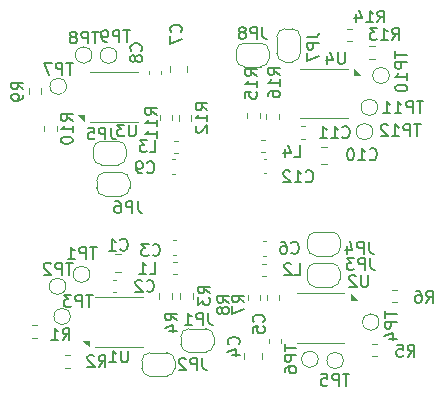
<source format=gbr>
G04 #@! TF.GenerationSoftware,KiCad,Pcbnew,8.0.6*
G04 #@! TF.CreationDate,2025-01-16T18:06:10-08:00*
G04 #@! TF.ProjectId,levitas_daughterboard,6c657669-7461-4735-9f64-617567687465,rev?*
G04 #@! TF.SameCoordinates,Original*
G04 #@! TF.FileFunction,Legend,Bot*
G04 #@! TF.FilePolarity,Positive*
%FSLAX46Y46*%
G04 Gerber Fmt 4.6, Leading zero omitted, Abs format (unit mm)*
G04 Created by KiCad (PCBNEW 8.0.6) date 2025-01-16 18:06:10*
%MOMM*%
%LPD*%
G01*
G04 APERTURE LIST*
%ADD10C,0.150000*%
%ADD11C,0.120000*%
G04 APERTURE END LIST*
D10*
X155770104Y-102909019D02*
X155198676Y-102909019D01*
X155484390Y-103909019D02*
X155484390Y-102909019D01*
X154865342Y-103909019D02*
X154865342Y-102909019D01*
X154865342Y-102909019D02*
X154484390Y-102909019D01*
X154484390Y-102909019D02*
X154389152Y-102956638D01*
X154389152Y-102956638D02*
X154341533Y-103004257D01*
X154341533Y-103004257D02*
X154293914Y-103099495D01*
X154293914Y-103099495D02*
X154293914Y-103242352D01*
X154293914Y-103242352D02*
X154341533Y-103337590D01*
X154341533Y-103337590D02*
X154389152Y-103385209D01*
X154389152Y-103385209D02*
X154484390Y-103432828D01*
X154484390Y-103432828D02*
X154865342Y-103432828D01*
X153389152Y-102909019D02*
X153865342Y-102909019D01*
X153865342Y-102909019D02*
X153912961Y-103385209D01*
X153912961Y-103385209D02*
X153865342Y-103337590D01*
X153865342Y-103337590D02*
X153770104Y-103289971D01*
X153770104Y-103289971D02*
X153532009Y-103289971D01*
X153532009Y-103289971D02*
X153436771Y-103337590D01*
X153436771Y-103337590D02*
X153389152Y-103385209D01*
X153389152Y-103385209D02*
X153341533Y-103480447D01*
X153341533Y-103480447D02*
X153341533Y-103718542D01*
X153341533Y-103718542D02*
X153389152Y-103813780D01*
X153389152Y-103813780D02*
X153436771Y-103861400D01*
X153436771Y-103861400D02*
X153532009Y-103909019D01*
X153532009Y-103909019D02*
X153770104Y-103909019D01*
X153770104Y-103909019D02*
X153865342Y-103861400D01*
X153865342Y-103861400D02*
X153912961Y-103813780D01*
X137202704Y-73800619D02*
X136631276Y-73800619D01*
X136916990Y-74800619D02*
X136916990Y-73800619D01*
X136297942Y-74800619D02*
X136297942Y-73800619D01*
X136297942Y-73800619D02*
X135916990Y-73800619D01*
X135916990Y-73800619D02*
X135821752Y-73848238D01*
X135821752Y-73848238D02*
X135774133Y-73895857D01*
X135774133Y-73895857D02*
X135726514Y-73991095D01*
X135726514Y-73991095D02*
X135726514Y-74133952D01*
X135726514Y-74133952D02*
X135774133Y-74229190D01*
X135774133Y-74229190D02*
X135821752Y-74276809D01*
X135821752Y-74276809D02*
X135916990Y-74324428D01*
X135916990Y-74324428D02*
X136297942Y-74324428D01*
X135250323Y-74800619D02*
X135059847Y-74800619D01*
X135059847Y-74800619D02*
X134964609Y-74753000D01*
X134964609Y-74753000D02*
X134916990Y-74705380D01*
X134916990Y-74705380D02*
X134821752Y-74562523D01*
X134821752Y-74562523D02*
X134774133Y-74372047D01*
X134774133Y-74372047D02*
X134774133Y-73991095D01*
X134774133Y-73991095D02*
X134821752Y-73895857D01*
X134821752Y-73895857D02*
X134869371Y-73848238D01*
X134869371Y-73848238D02*
X134964609Y-73800619D01*
X134964609Y-73800619D02*
X135155085Y-73800619D01*
X135155085Y-73800619D02*
X135250323Y-73848238D01*
X135250323Y-73848238D02*
X135297942Y-73895857D01*
X135297942Y-73895857D02*
X135345561Y-73991095D01*
X135345561Y-73991095D02*
X135345561Y-74229190D01*
X135345561Y-74229190D02*
X135297942Y-74324428D01*
X135297942Y-74324428D02*
X135250323Y-74372047D01*
X135250323Y-74372047D02*
X135155085Y-74419666D01*
X135155085Y-74419666D02*
X134964609Y-74419666D01*
X134964609Y-74419666D02*
X134869371Y-74372047D01*
X134869371Y-74372047D02*
X134821752Y-74324428D01*
X134821752Y-74324428D02*
X134774133Y-74229190D01*
X147927219Y-77690742D02*
X147451028Y-77357409D01*
X147927219Y-77119314D02*
X146927219Y-77119314D01*
X146927219Y-77119314D02*
X146927219Y-77500266D01*
X146927219Y-77500266D02*
X146974838Y-77595504D01*
X146974838Y-77595504D02*
X147022457Y-77643123D01*
X147022457Y-77643123D02*
X147117695Y-77690742D01*
X147117695Y-77690742D02*
X147260552Y-77690742D01*
X147260552Y-77690742D02*
X147355790Y-77643123D01*
X147355790Y-77643123D02*
X147403409Y-77595504D01*
X147403409Y-77595504D02*
X147451028Y-77500266D01*
X147451028Y-77500266D02*
X147451028Y-77119314D01*
X147927219Y-78643123D02*
X147927219Y-78071695D01*
X147927219Y-78357409D02*
X146927219Y-78357409D01*
X146927219Y-78357409D02*
X147070076Y-78262171D01*
X147070076Y-78262171D02*
X147165314Y-78166933D01*
X147165314Y-78166933D02*
X147212933Y-78071695D01*
X146927219Y-79547885D02*
X146927219Y-79071695D01*
X146927219Y-79071695D02*
X147403409Y-79024076D01*
X147403409Y-79024076D02*
X147355790Y-79071695D01*
X147355790Y-79071695D02*
X147308171Y-79166933D01*
X147308171Y-79166933D02*
X147308171Y-79405028D01*
X147308171Y-79405028D02*
X147355790Y-79500266D01*
X147355790Y-79500266D02*
X147403409Y-79547885D01*
X147403409Y-79547885D02*
X147498647Y-79595504D01*
X147498647Y-79595504D02*
X147736742Y-79595504D01*
X147736742Y-79595504D02*
X147831980Y-79547885D01*
X147831980Y-79547885D02*
X147879600Y-79500266D01*
X147879600Y-79500266D02*
X147927219Y-79405028D01*
X147927219Y-79405028D02*
X147927219Y-79166933D01*
X147927219Y-79166933D02*
X147879600Y-79071695D01*
X147879600Y-79071695D02*
X147831980Y-79024076D01*
X137866333Y-88278619D02*
X137866333Y-88992904D01*
X137866333Y-88992904D02*
X137913952Y-89135761D01*
X137913952Y-89135761D02*
X138009190Y-89231000D01*
X138009190Y-89231000D02*
X138152047Y-89278619D01*
X138152047Y-89278619D02*
X138247285Y-89278619D01*
X137390142Y-89278619D02*
X137390142Y-88278619D01*
X137390142Y-88278619D02*
X137009190Y-88278619D01*
X137009190Y-88278619D02*
X136913952Y-88326238D01*
X136913952Y-88326238D02*
X136866333Y-88373857D01*
X136866333Y-88373857D02*
X136818714Y-88469095D01*
X136818714Y-88469095D02*
X136818714Y-88611952D01*
X136818714Y-88611952D02*
X136866333Y-88707190D01*
X136866333Y-88707190D02*
X136913952Y-88754809D01*
X136913952Y-88754809D02*
X137009190Y-88802428D01*
X137009190Y-88802428D02*
X137390142Y-88802428D01*
X135961571Y-88278619D02*
X136152047Y-88278619D01*
X136152047Y-88278619D02*
X136247285Y-88326238D01*
X136247285Y-88326238D02*
X136294904Y-88373857D01*
X136294904Y-88373857D02*
X136390142Y-88516714D01*
X136390142Y-88516714D02*
X136437761Y-88707190D01*
X136437761Y-88707190D02*
X136437761Y-89088142D01*
X136437761Y-89088142D02*
X136390142Y-89183380D01*
X136390142Y-89183380D02*
X136342523Y-89231000D01*
X136342523Y-89231000D02*
X136247285Y-89278619D01*
X136247285Y-89278619D02*
X136056809Y-89278619D01*
X136056809Y-89278619D02*
X135961571Y-89231000D01*
X135961571Y-89231000D02*
X135913952Y-89183380D01*
X135913952Y-89183380D02*
X135866333Y-89088142D01*
X135866333Y-89088142D02*
X135866333Y-88850047D01*
X135866333Y-88850047D02*
X135913952Y-88754809D01*
X135913952Y-88754809D02*
X135961571Y-88707190D01*
X135961571Y-88707190D02*
X136056809Y-88659571D01*
X136056809Y-88659571D02*
X136247285Y-88659571D01*
X136247285Y-88659571D02*
X136342523Y-88707190D01*
X136342523Y-88707190D02*
X136390142Y-88754809D01*
X136390142Y-88754809D02*
X136437761Y-88850047D01*
X143835333Y-97752819D02*
X143835333Y-98467104D01*
X143835333Y-98467104D02*
X143882952Y-98609961D01*
X143882952Y-98609961D02*
X143978190Y-98705200D01*
X143978190Y-98705200D02*
X144121047Y-98752819D01*
X144121047Y-98752819D02*
X144216285Y-98752819D01*
X143359142Y-98752819D02*
X143359142Y-97752819D01*
X143359142Y-97752819D02*
X142978190Y-97752819D01*
X142978190Y-97752819D02*
X142882952Y-97800438D01*
X142882952Y-97800438D02*
X142835333Y-97848057D01*
X142835333Y-97848057D02*
X142787714Y-97943295D01*
X142787714Y-97943295D02*
X142787714Y-98086152D01*
X142787714Y-98086152D02*
X142835333Y-98181390D01*
X142835333Y-98181390D02*
X142882952Y-98229009D01*
X142882952Y-98229009D02*
X142978190Y-98276628D01*
X142978190Y-98276628D02*
X143359142Y-98276628D01*
X141835333Y-98752819D02*
X142406761Y-98752819D01*
X142121047Y-98752819D02*
X142121047Y-97752819D01*
X142121047Y-97752819D02*
X142216285Y-97895676D01*
X142216285Y-97895676D02*
X142311523Y-97990914D01*
X142311523Y-97990914D02*
X142406761Y-98038533D01*
X139469019Y-80992742D02*
X138992828Y-80659409D01*
X139469019Y-80421314D02*
X138469019Y-80421314D01*
X138469019Y-80421314D02*
X138469019Y-80802266D01*
X138469019Y-80802266D02*
X138516638Y-80897504D01*
X138516638Y-80897504D02*
X138564257Y-80945123D01*
X138564257Y-80945123D02*
X138659495Y-80992742D01*
X138659495Y-80992742D02*
X138802352Y-80992742D01*
X138802352Y-80992742D02*
X138897590Y-80945123D01*
X138897590Y-80945123D02*
X138945209Y-80897504D01*
X138945209Y-80897504D02*
X138992828Y-80802266D01*
X138992828Y-80802266D02*
X138992828Y-80421314D01*
X139469019Y-81945123D02*
X139469019Y-81373695D01*
X139469019Y-81659409D02*
X138469019Y-81659409D01*
X138469019Y-81659409D02*
X138611876Y-81564171D01*
X138611876Y-81564171D02*
X138707114Y-81468933D01*
X138707114Y-81468933D02*
X138754733Y-81373695D01*
X139469019Y-82897504D02*
X139469019Y-82326076D01*
X139469019Y-82611790D02*
X138469019Y-82611790D01*
X138469019Y-82611790D02*
X138611876Y-82516552D01*
X138611876Y-82516552D02*
X138707114Y-82421314D01*
X138707114Y-82421314D02*
X138754733Y-82326076D01*
X135595333Y-82055619D02*
X135595333Y-82769904D01*
X135595333Y-82769904D02*
X135642952Y-82912761D01*
X135642952Y-82912761D02*
X135738190Y-83008000D01*
X135738190Y-83008000D02*
X135881047Y-83055619D01*
X135881047Y-83055619D02*
X135976285Y-83055619D01*
X135119142Y-83055619D02*
X135119142Y-82055619D01*
X135119142Y-82055619D02*
X134738190Y-82055619D01*
X134738190Y-82055619D02*
X134642952Y-82103238D01*
X134642952Y-82103238D02*
X134595333Y-82150857D01*
X134595333Y-82150857D02*
X134547714Y-82246095D01*
X134547714Y-82246095D02*
X134547714Y-82388952D01*
X134547714Y-82388952D02*
X134595333Y-82484190D01*
X134595333Y-82484190D02*
X134642952Y-82531809D01*
X134642952Y-82531809D02*
X134738190Y-82579428D01*
X134738190Y-82579428D02*
X135119142Y-82579428D01*
X133642952Y-82055619D02*
X134119142Y-82055619D01*
X134119142Y-82055619D02*
X134166761Y-82531809D01*
X134166761Y-82531809D02*
X134119142Y-82484190D01*
X134119142Y-82484190D02*
X134023904Y-82436571D01*
X134023904Y-82436571D02*
X133785809Y-82436571D01*
X133785809Y-82436571D02*
X133690571Y-82484190D01*
X133690571Y-82484190D02*
X133642952Y-82531809D01*
X133642952Y-82531809D02*
X133595333Y-82627047D01*
X133595333Y-82627047D02*
X133595333Y-82865142D01*
X133595333Y-82865142D02*
X133642952Y-82960380D01*
X133642952Y-82960380D02*
X133690571Y-83008000D01*
X133690571Y-83008000D02*
X133785809Y-83055619D01*
X133785809Y-83055619D02*
X134023904Y-83055619D01*
X134023904Y-83055619D02*
X134119142Y-83008000D01*
X134119142Y-83008000D02*
X134166761Y-82960380D01*
X157327504Y-94552419D02*
X157327504Y-95361942D01*
X157327504Y-95361942D02*
X157279885Y-95457180D01*
X157279885Y-95457180D02*
X157232266Y-95504800D01*
X157232266Y-95504800D02*
X157137028Y-95552419D01*
X157137028Y-95552419D02*
X156946552Y-95552419D01*
X156946552Y-95552419D02*
X156851314Y-95504800D01*
X156851314Y-95504800D02*
X156803695Y-95457180D01*
X156803695Y-95457180D02*
X156756076Y-95361942D01*
X156756076Y-95361942D02*
X156756076Y-94552419D01*
X156327504Y-94647657D02*
X156279885Y-94600038D01*
X156279885Y-94600038D02*
X156184647Y-94552419D01*
X156184647Y-94552419D02*
X155946552Y-94552419D01*
X155946552Y-94552419D02*
X155851314Y-94600038D01*
X155851314Y-94600038D02*
X155803695Y-94647657D01*
X155803695Y-94647657D02*
X155756076Y-94742895D01*
X155756076Y-94742895D02*
X155756076Y-94838133D01*
X155756076Y-94838133D02*
X155803695Y-94980990D01*
X155803695Y-94980990D02*
X156375123Y-95552419D01*
X156375123Y-95552419D02*
X155756076Y-95552419D01*
X138596666Y-95863580D02*
X138644285Y-95911200D01*
X138644285Y-95911200D02*
X138787142Y-95958819D01*
X138787142Y-95958819D02*
X138882380Y-95958819D01*
X138882380Y-95958819D02*
X139025237Y-95911200D01*
X139025237Y-95911200D02*
X139120475Y-95815961D01*
X139120475Y-95815961D02*
X139168094Y-95720723D01*
X139168094Y-95720723D02*
X139215713Y-95530247D01*
X139215713Y-95530247D02*
X139215713Y-95387390D01*
X139215713Y-95387390D02*
X139168094Y-95196914D01*
X139168094Y-95196914D02*
X139120475Y-95101676D01*
X139120475Y-95101676D02*
X139025237Y-95006438D01*
X139025237Y-95006438D02*
X138882380Y-94958819D01*
X138882380Y-94958819D02*
X138787142Y-94958819D01*
X138787142Y-94958819D02*
X138644285Y-95006438D01*
X138644285Y-95006438D02*
X138596666Y-95054057D01*
X138215713Y-95054057D02*
X138168094Y-95006438D01*
X138168094Y-95006438D02*
X138072856Y-94958819D01*
X138072856Y-94958819D02*
X137834761Y-94958819D01*
X137834761Y-94958819D02*
X137739523Y-95006438D01*
X137739523Y-95006438D02*
X137691904Y-95054057D01*
X137691904Y-95054057D02*
X137644285Y-95149295D01*
X137644285Y-95149295D02*
X137644285Y-95244533D01*
X137644285Y-95244533D02*
X137691904Y-95387390D01*
X137691904Y-95387390D02*
X138263332Y-95958819D01*
X138263332Y-95958819D02*
X137644285Y-95958819D01*
X141481980Y-73950533D02*
X141529600Y-73902914D01*
X141529600Y-73902914D02*
X141577219Y-73760057D01*
X141577219Y-73760057D02*
X141577219Y-73664819D01*
X141577219Y-73664819D02*
X141529600Y-73521962D01*
X141529600Y-73521962D02*
X141434361Y-73426724D01*
X141434361Y-73426724D02*
X141339123Y-73379105D01*
X141339123Y-73379105D02*
X141148647Y-73331486D01*
X141148647Y-73331486D02*
X141005790Y-73331486D01*
X141005790Y-73331486D02*
X140815314Y-73379105D01*
X140815314Y-73379105D02*
X140720076Y-73426724D01*
X140720076Y-73426724D02*
X140624838Y-73521962D01*
X140624838Y-73521962D02*
X140577219Y-73664819D01*
X140577219Y-73664819D02*
X140577219Y-73760057D01*
X140577219Y-73760057D02*
X140624838Y-73902914D01*
X140624838Y-73902914D02*
X140672457Y-73950533D01*
X140577219Y-74283867D02*
X140577219Y-74950533D01*
X140577219Y-74950533D02*
X141577219Y-74521962D01*
X155371704Y-75671219D02*
X155371704Y-76480742D01*
X155371704Y-76480742D02*
X155324085Y-76575980D01*
X155324085Y-76575980D02*
X155276466Y-76623600D01*
X155276466Y-76623600D02*
X155181228Y-76671219D01*
X155181228Y-76671219D02*
X154990752Y-76671219D01*
X154990752Y-76671219D02*
X154895514Y-76623600D01*
X154895514Y-76623600D02*
X154847895Y-76575980D01*
X154847895Y-76575980D02*
X154800276Y-76480742D01*
X154800276Y-76480742D02*
X154800276Y-75671219D01*
X153895514Y-76004552D02*
X153895514Y-76671219D01*
X154133609Y-75623600D02*
X154371704Y-76337885D01*
X154371704Y-76337885D02*
X153752657Y-76337885D01*
X158763619Y-97594895D02*
X158763619Y-98166323D01*
X159763619Y-97880609D02*
X158763619Y-97880609D01*
X159763619Y-98499657D02*
X158763619Y-98499657D01*
X158763619Y-98499657D02*
X158763619Y-98880609D01*
X158763619Y-98880609D02*
X158811238Y-98975847D01*
X158811238Y-98975847D02*
X158858857Y-99023466D01*
X158858857Y-99023466D02*
X158954095Y-99071085D01*
X158954095Y-99071085D02*
X159096952Y-99071085D01*
X159096952Y-99071085D02*
X159192190Y-99023466D01*
X159192190Y-99023466D02*
X159239809Y-98975847D01*
X159239809Y-98975847D02*
X159287428Y-98880609D01*
X159287428Y-98880609D02*
X159287428Y-98499657D01*
X159096952Y-99928228D02*
X159763619Y-99928228D01*
X158716000Y-99690133D02*
X159430285Y-99452038D01*
X159430285Y-99452038D02*
X159430285Y-100071085D01*
X151093466Y-84554219D02*
X151569656Y-84554219D01*
X151569656Y-84554219D02*
X151569656Y-83554219D01*
X150331561Y-83887552D02*
X150331561Y-84554219D01*
X150569656Y-83506600D02*
X150807751Y-84220885D01*
X150807751Y-84220885D02*
X150188704Y-84220885D01*
X159652619Y-75604905D02*
X159652619Y-76176333D01*
X160652619Y-75890619D02*
X159652619Y-75890619D01*
X160652619Y-76509667D02*
X159652619Y-76509667D01*
X159652619Y-76509667D02*
X159652619Y-76890619D01*
X159652619Y-76890619D02*
X159700238Y-76985857D01*
X159700238Y-76985857D02*
X159747857Y-77033476D01*
X159747857Y-77033476D02*
X159843095Y-77081095D01*
X159843095Y-77081095D02*
X159985952Y-77081095D01*
X159985952Y-77081095D02*
X160081190Y-77033476D01*
X160081190Y-77033476D02*
X160128809Y-76985857D01*
X160128809Y-76985857D02*
X160176428Y-76890619D01*
X160176428Y-76890619D02*
X160176428Y-76509667D01*
X160652619Y-78033476D02*
X160652619Y-77462048D01*
X160652619Y-77747762D02*
X159652619Y-77747762D01*
X159652619Y-77747762D02*
X159795476Y-77652524D01*
X159795476Y-77652524D02*
X159890714Y-77557286D01*
X159890714Y-77557286D02*
X159938333Y-77462048D01*
X159652619Y-78652524D02*
X159652619Y-78747762D01*
X159652619Y-78747762D02*
X159700238Y-78843000D01*
X159700238Y-78843000D02*
X159747857Y-78890619D01*
X159747857Y-78890619D02*
X159843095Y-78938238D01*
X159843095Y-78938238D02*
X160033571Y-78985857D01*
X160033571Y-78985857D02*
X160271666Y-78985857D01*
X160271666Y-78985857D02*
X160462142Y-78938238D01*
X160462142Y-78938238D02*
X160557380Y-78890619D01*
X160557380Y-78890619D02*
X160605000Y-78843000D01*
X160605000Y-78843000D02*
X160652619Y-78747762D01*
X160652619Y-78747762D02*
X160652619Y-78652524D01*
X160652619Y-78652524D02*
X160605000Y-78557286D01*
X160605000Y-78557286D02*
X160557380Y-78509667D01*
X160557380Y-78509667D02*
X160462142Y-78462048D01*
X160462142Y-78462048D02*
X160271666Y-78414429D01*
X160271666Y-78414429D02*
X160033571Y-78414429D01*
X160033571Y-78414429D02*
X159843095Y-78462048D01*
X159843095Y-78462048D02*
X159747857Y-78509667D01*
X159747857Y-78509667D02*
X159700238Y-78557286D01*
X159700238Y-78557286D02*
X159652619Y-78652524D01*
X152185019Y-74401466D02*
X152899304Y-74401466D01*
X152899304Y-74401466D02*
X153042161Y-74353847D01*
X153042161Y-74353847D02*
X153137400Y-74258609D01*
X153137400Y-74258609D02*
X153185019Y-74115752D01*
X153185019Y-74115752D02*
X153185019Y-74020514D01*
X153185019Y-74877657D02*
X152185019Y-74877657D01*
X152185019Y-74877657D02*
X152185019Y-75258609D01*
X152185019Y-75258609D02*
X152232638Y-75353847D01*
X152232638Y-75353847D02*
X152280257Y-75401466D01*
X152280257Y-75401466D02*
X152375495Y-75449085D01*
X152375495Y-75449085D02*
X152518352Y-75449085D01*
X152518352Y-75449085D02*
X152613590Y-75401466D01*
X152613590Y-75401466D02*
X152661209Y-75353847D01*
X152661209Y-75353847D02*
X152708828Y-75258609D01*
X152708828Y-75258609D02*
X152708828Y-74877657D01*
X152185019Y-75782419D02*
X152185019Y-76449085D01*
X152185019Y-76449085D02*
X153185019Y-76020514D01*
X157551333Y-93104619D02*
X157551333Y-93818904D01*
X157551333Y-93818904D02*
X157598952Y-93961761D01*
X157598952Y-93961761D02*
X157694190Y-94057000D01*
X157694190Y-94057000D02*
X157837047Y-94104619D01*
X157837047Y-94104619D02*
X157932285Y-94104619D01*
X157075142Y-94104619D02*
X157075142Y-93104619D01*
X157075142Y-93104619D02*
X156694190Y-93104619D01*
X156694190Y-93104619D02*
X156598952Y-93152238D01*
X156598952Y-93152238D02*
X156551333Y-93199857D01*
X156551333Y-93199857D02*
X156503714Y-93295095D01*
X156503714Y-93295095D02*
X156503714Y-93437952D01*
X156503714Y-93437952D02*
X156551333Y-93533190D01*
X156551333Y-93533190D02*
X156598952Y-93580809D01*
X156598952Y-93580809D02*
X156694190Y-93628428D01*
X156694190Y-93628428D02*
X157075142Y-93628428D01*
X156170380Y-93104619D02*
X155551333Y-93104619D01*
X155551333Y-93104619D02*
X155884666Y-93485571D01*
X155884666Y-93485571D02*
X155741809Y-93485571D01*
X155741809Y-93485571D02*
X155646571Y-93533190D01*
X155646571Y-93533190D02*
X155598952Y-93580809D01*
X155598952Y-93580809D02*
X155551333Y-93676047D01*
X155551333Y-93676047D02*
X155551333Y-93914142D01*
X155551333Y-93914142D02*
X155598952Y-94009380D01*
X155598952Y-94009380D02*
X155646571Y-94057000D01*
X155646571Y-94057000D02*
X155741809Y-94104619D01*
X155741809Y-94104619D02*
X156027523Y-94104619D01*
X156027523Y-94104619D02*
X156122761Y-94057000D01*
X156122761Y-94057000D02*
X156170380Y-94009380D01*
X143327333Y-101562819D02*
X143327333Y-102277104D01*
X143327333Y-102277104D02*
X143374952Y-102419961D01*
X143374952Y-102419961D02*
X143470190Y-102515200D01*
X143470190Y-102515200D02*
X143613047Y-102562819D01*
X143613047Y-102562819D02*
X143708285Y-102562819D01*
X142851142Y-102562819D02*
X142851142Y-101562819D01*
X142851142Y-101562819D02*
X142470190Y-101562819D01*
X142470190Y-101562819D02*
X142374952Y-101610438D01*
X142374952Y-101610438D02*
X142327333Y-101658057D01*
X142327333Y-101658057D02*
X142279714Y-101753295D01*
X142279714Y-101753295D02*
X142279714Y-101896152D01*
X142279714Y-101896152D02*
X142327333Y-101991390D01*
X142327333Y-101991390D02*
X142374952Y-102039009D01*
X142374952Y-102039009D02*
X142470190Y-102086628D01*
X142470190Y-102086628D02*
X142851142Y-102086628D01*
X141898761Y-101658057D02*
X141851142Y-101610438D01*
X141851142Y-101610438D02*
X141755904Y-101562819D01*
X141755904Y-101562819D02*
X141517809Y-101562819D01*
X141517809Y-101562819D02*
X141422571Y-101610438D01*
X141422571Y-101610438D02*
X141374952Y-101658057D01*
X141374952Y-101658057D02*
X141327333Y-101753295D01*
X141327333Y-101753295D02*
X141327333Y-101848533D01*
X141327333Y-101848533D02*
X141374952Y-101991390D01*
X141374952Y-101991390D02*
X141946380Y-102562819D01*
X141946380Y-102562819D02*
X141327333Y-102562819D01*
X161808894Y-81776219D02*
X161237466Y-81776219D01*
X161523180Y-82776219D02*
X161523180Y-81776219D01*
X160904132Y-82776219D02*
X160904132Y-81776219D01*
X160904132Y-81776219D02*
X160523180Y-81776219D01*
X160523180Y-81776219D02*
X160427942Y-81823838D01*
X160427942Y-81823838D02*
X160380323Y-81871457D01*
X160380323Y-81871457D02*
X160332704Y-81966695D01*
X160332704Y-81966695D02*
X160332704Y-82109552D01*
X160332704Y-82109552D02*
X160380323Y-82204790D01*
X160380323Y-82204790D02*
X160427942Y-82252409D01*
X160427942Y-82252409D02*
X160523180Y-82300028D01*
X160523180Y-82300028D02*
X160904132Y-82300028D01*
X159380323Y-82776219D02*
X159951751Y-82776219D01*
X159666037Y-82776219D02*
X159666037Y-81776219D01*
X159666037Y-81776219D02*
X159761275Y-81919076D01*
X159761275Y-81919076D02*
X159856513Y-82014314D01*
X159856513Y-82014314D02*
X159951751Y-82061933D01*
X158999370Y-81871457D02*
X158951751Y-81823838D01*
X158951751Y-81823838D02*
X158856513Y-81776219D01*
X158856513Y-81776219D02*
X158618418Y-81776219D01*
X158618418Y-81776219D02*
X158523180Y-81823838D01*
X158523180Y-81823838D02*
X158475561Y-81871457D01*
X158475561Y-81871457D02*
X158427942Y-81966695D01*
X158427942Y-81966695D02*
X158427942Y-82061933D01*
X158427942Y-82061933D02*
X158475561Y-82204790D01*
X158475561Y-82204790D02*
X159046989Y-82776219D01*
X159046989Y-82776219D02*
X158427942Y-82776219D01*
X146860419Y-96861333D02*
X146384228Y-96528000D01*
X146860419Y-96289905D02*
X145860419Y-96289905D01*
X145860419Y-96289905D02*
X145860419Y-96670857D01*
X145860419Y-96670857D02*
X145908038Y-96766095D01*
X145908038Y-96766095D02*
X145955657Y-96813714D01*
X145955657Y-96813714D02*
X146050895Y-96861333D01*
X146050895Y-96861333D02*
X146193752Y-96861333D01*
X146193752Y-96861333D02*
X146288990Y-96813714D01*
X146288990Y-96813714D02*
X146336609Y-96766095D01*
X146336609Y-96766095D02*
X146384228Y-96670857D01*
X146384228Y-96670857D02*
X146384228Y-96289905D01*
X145860419Y-97194667D02*
X145860419Y-97861333D01*
X145860419Y-97861333D02*
X146860419Y-97432762D01*
X138876066Y-84122419D02*
X139352256Y-84122419D01*
X139352256Y-84122419D02*
X139352256Y-83122419D01*
X138637970Y-83122419D02*
X138018923Y-83122419D01*
X138018923Y-83122419D02*
X138352256Y-83503371D01*
X138352256Y-83503371D02*
X138209399Y-83503371D01*
X138209399Y-83503371D02*
X138114161Y-83550990D01*
X138114161Y-83550990D02*
X138066542Y-83598609D01*
X138066542Y-83598609D02*
X138018923Y-83693847D01*
X138018923Y-83693847D02*
X138018923Y-83931942D01*
X138018923Y-83931942D02*
X138066542Y-84027180D01*
X138066542Y-84027180D02*
X138114161Y-84074800D01*
X138114161Y-84074800D02*
X138209399Y-84122419D01*
X138209399Y-84122419D02*
X138495113Y-84122419D01*
X138495113Y-84122419D02*
X138590351Y-84074800D01*
X138590351Y-84074800D02*
X138637970Y-84027180D01*
X159392857Y-74622819D02*
X159726190Y-74146628D01*
X159964285Y-74622819D02*
X159964285Y-73622819D01*
X159964285Y-73622819D02*
X159583333Y-73622819D01*
X159583333Y-73622819D02*
X159488095Y-73670438D01*
X159488095Y-73670438D02*
X159440476Y-73718057D01*
X159440476Y-73718057D02*
X159392857Y-73813295D01*
X159392857Y-73813295D02*
X159392857Y-73956152D01*
X159392857Y-73956152D02*
X159440476Y-74051390D01*
X159440476Y-74051390D02*
X159488095Y-74099009D01*
X159488095Y-74099009D02*
X159583333Y-74146628D01*
X159583333Y-74146628D02*
X159964285Y-74146628D01*
X158440476Y-74622819D02*
X159011904Y-74622819D01*
X158726190Y-74622819D02*
X158726190Y-73622819D01*
X158726190Y-73622819D02*
X158821428Y-73765676D01*
X158821428Y-73765676D02*
X158916666Y-73860914D01*
X158916666Y-73860914D02*
X159011904Y-73908533D01*
X158107142Y-73622819D02*
X157488095Y-73622819D01*
X157488095Y-73622819D02*
X157821428Y-74003771D01*
X157821428Y-74003771D02*
X157678571Y-74003771D01*
X157678571Y-74003771D02*
X157583333Y-74051390D01*
X157583333Y-74051390D02*
X157535714Y-74099009D01*
X157535714Y-74099009D02*
X157488095Y-74194247D01*
X157488095Y-74194247D02*
X157488095Y-74432342D01*
X157488095Y-74432342D02*
X157535714Y-74527580D01*
X157535714Y-74527580D02*
X157583333Y-74575200D01*
X157583333Y-74575200D02*
X157678571Y-74622819D01*
X157678571Y-74622819D02*
X157964285Y-74622819D01*
X157964285Y-74622819D02*
X158059523Y-74575200D01*
X158059523Y-74575200D02*
X158107142Y-74527580D01*
X162037494Y-79820419D02*
X161466066Y-79820419D01*
X161751780Y-80820419D02*
X161751780Y-79820419D01*
X161132732Y-80820419D02*
X161132732Y-79820419D01*
X161132732Y-79820419D02*
X160751780Y-79820419D01*
X160751780Y-79820419D02*
X160656542Y-79868038D01*
X160656542Y-79868038D02*
X160608923Y-79915657D01*
X160608923Y-79915657D02*
X160561304Y-80010895D01*
X160561304Y-80010895D02*
X160561304Y-80153752D01*
X160561304Y-80153752D02*
X160608923Y-80248990D01*
X160608923Y-80248990D02*
X160656542Y-80296609D01*
X160656542Y-80296609D02*
X160751780Y-80344228D01*
X160751780Y-80344228D02*
X161132732Y-80344228D01*
X159608923Y-80820419D02*
X160180351Y-80820419D01*
X159894637Y-80820419D02*
X159894637Y-79820419D01*
X159894637Y-79820419D02*
X159989875Y-79963276D01*
X159989875Y-79963276D02*
X160085113Y-80058514D01*
X160085113Y-80058514D02*
X160180351Y-80106133D01*
X158656542Y-80820419D02*
X159227970Y-80820419D01*
X158942256Y-80820419D02*
X158942256Y-79820419D01*
X158942256Y-79820419D02*
X159037494Y-79963276D01*
X159037494Y-79963276D02*
X159132732Y-80058514D01*
X159132732Y-80058514D02*
X159227970Y-80106133D01*
X132325904Y-93510819D02*
X131754476Y-93510819D01*
X132040190Y-94510819D02*
X132040190Y-93510819D01*
X131421142Y-94510819D02*
X131421142Y-93510819D01*
X131421142Y-93510819D02*
X131040190Y-93510819D01*
X131040190Y-93510819D02*
X130944952Y-93558438D01*
X130944952Y-93558438D02*
X130897333Y-93606057D01*
X130897333Y-93606057D02*
X130849714Y-93701295D01*
X130849714Y-93701295D02*
X130849714Y-93844152D01*
X130849714Y-93844152D02*
X130897333Y-93939390D01*
X130897333Y-93939390D02*
X130944952Y-93987009D01*
X130944952Y-93987009D02*
X131040190Y-94034628D01*
X131040190Y-94034628D02*
X131421142Y-94034628D01*
X130468761Y-93606057D02*
X130421142Y-93558438D01*
X130421142Y-93558438D02*
X130325904Y-93510819D01*
X130325904Y-93510819D02*
X130087809Y-93510819D01*
X130087809Y-93510819D02*
X129992571Y-93558438D01*
X129992571Y-93558438D02*
X129944952Y-93606057D01*
X129944952Y-93606057D02*
X129897333Y-93701295D01*
X129897333Y-93701295D02*
X129897333Y-93796533D01*
X129897333Y-93796533D02*
X129944952Y-93939390D01*
X129944952Y-93939390D02*
X130516380Y-94510819D01*
X130516380Y-94510819D02*
X129897333Y-94510819D01*
X158148257Y-73149619D02*
X158481590Y-72673428D01*
X158719685Y-73149619D02*
X158719685Y-72149619D01*
X158719685Y-72149619D02*
X158338733Y-72149619D01*
X158338733Y-72149619D02*
X158243495Y-72197238D01*
X158243495Y-72197238D02*
X158195876Y-72244857D01*
X158195876Y-72244857D02*
X158148257Y-72340095D01*
X158148257Y-72340095D02*
X158148257Y-72482952D01*
X158148257Y-72482952D02*
X158195876Y-72578190D01*
X158195876Y-72578190D02*
X158243495Y-72625809D01*
X158243495Y-72625809D02*
X158338733Y-72673428D01*
X158338733Y-72673428D02*
X158719685Y-72673428D01*
X157195876Y-73149619D02*
X157767304Y-73149619D01*
X157481590Y-73149619D02*
X157481590Y-72149619D01*
X157481590Y-72149619D02*
X157576828Y-72292476D01*
X157576828Y-72292476D02*
X157672066Y-72387714D01*
X157672066Y-72387714D02*
X157767304Y-72435333D01*
X156338733Y-72482952D02*
X156338733Y-73149619D01*
X156576828Y-72102000D02*
X156814923Y-72816285D01*
X156814923Y-72816285D02*
X156195876Y-72816285D01*
X132339219Y-81500742D02*
X131863028Y-81167409D01*
X132339219Y-80929314D02*
X131339219Y-80929314D01*
X131339219Y-80929314D02*
X131339219Y-81310266D01*
X131339219Y-81310266D02*
X131386838Y-81405504D01*
X131386838Y-81405504D02*
X131434457Y-81453123D01*
X131434457Y-81453123D02*
X131529695Y-81500742D01*
X131529695Y-81500742D02*
X131672552Y-81500742D01*
X131672552Y-81500742D02*
X131767790Y-81453123D01*
X131767790Y-81453123D02*
X131815409Y-81405504D01*
X131815409Y-81405504D02*
X131863028Y-81310266D01*
X131863028Y-81310266D02*
X131863028Y-80929314D01*
X132339219Y-82453123D02*
X132339219Y-81881695D01*
X132339219Y-82167409D02*
X131339219Y-82167409D01*
X131339219Y-82167409D02*
X131482076Y-82072171D01*
X131482076Y-82072171D02*
X131577314Y-81976933D01*
X131577314Y-81976933D02*
X131624933Y-81881695D01*
X131339219Y-83072171D02*
X131339219Y-83167409D01*
X131339219Y-83167409D02*
X131386838Y-83262647D01*
X131386838Y-83262647D02*
X131434457Y-83310266D01*
X131434457Y-83310266D02*
X131529695Y-83357885D01*
X131529695Y-83357885D02*
X131720171Y-83405504D01*
X131720171Y-83405504D02*
X131958266Y-83405504D01*
X131958266Y-83405504D02*
X132148742Y-83357885D01*
X132148742Y-83357885D02*
X132243980Y-83310266D01*
X132243980Y-83310266D02*
X132291600Y-83262647D01*
X132291600Y-83262647D02*
X132339219Y-83167409D01*
X132339219Y-83167409D02*
X132339219Y-83072171D01*
X132339219Y-83072171D02*
X132291600Y-82976933D01*
X132291600Y-82976933D02*
X132243980Y-82929314D01*
X132243980Y-82929314D02*
X132148742Y-82881695D01*
X132148742Y-82881695D02*
X131958266Y-82834076D01*
X131958266Y-82834076D02*
X131720171Y-82834076D01*
X131720171Y-82834076D02*
X131529695Y-82881695D01*
X131529695Y-82881695D02*
X131434457Y-82929314D01*
X131434457Y-82929314D02*
X131386838Y-82976933D01*
X131386838Y-82976933D02*
X131339219Y-83072171D01*
X148492380Y-98512333D02*
X148540000Y-98464714D01*
X148540000Y-98464714D02*
X148587619Y-98321857D01*
X148587619Y-98321857D02*
X148587619Y-98226619D01*
X148587619Y-98226619D02*
X148540000Y-98083762D01*
X148540000Y-98083762D02*
X148444761Y-97988524D01*
X148444761Y-97988524D02*
X148349523Y-97940905D01*
X148349523Y-97940905D02*
X148159047Y-97893286D01*
X148159047Y-97893286D02*
X148016190Y-97893286D01*
X148016190Y-97893286D02*
X147825714Y-97940905D01*
X147825714Y-97940905D02*
X147730476Y-97988524D01*
X147730476Y-97988524D02*
X147635238Y-98083762D01*
X147635238Y-98083762D02*
X147587619Y-98226619D01*
X147587619Y-98226619D02*
X147587619Y-98321857D01*
X147587619Y-98321857D02*
X147635238Y-98464714D01*
X147635238Y-98464714D02*
X147682857Y-98512333D01*
X147587619Y-99417095D02*
X147587619Y-98940905D01*
X147587619Y-98940905D02*
X148063809Y-98893286D01*
X148063809Y-98893286D02*
X148016190Y-98940905D01*
X148016190Y-98940905D02*
X147968571Y-99036143D01*
X147968571Y-99036143D02*
X147968571Y-99274238D01*
X147968571Y-99274238D02*
X148016190Y-99369476D01*
X148016190Y-99369476D02*
X148063809Y-99417095D01*
X148063809Y-99417095D02*
X148159047Y-99464714D01*
X148159047Y-99464714D02*
X148397142Y-99464714D01*
X148397142Y-99464714D02*
X148492380Y-99417095D01*
X148492380Y-99417095D02*
X148540000Y-99369476D01*
X148540000Y-99369476D02*
X148587619Y-99274238D01*
X148587619Y-99274238D02*
X148587619Y-99036143D01*
X148587619Y-99036143D02*
X148540000Y-98940905D01*
X148540000Y-98940905D02*
X148492380Y-98893286D01*
X151118866Y-94536419D02*
X151595056Y-94536419D01*
X151595056Y-94536419D02*
X151595056Y-93536419D01*
X150833151Y-93631657D02*
X150785532Y-93584038D01*
X150785532Y-93584038D02*
X150690294Y-93536419D01*
X150690294Y-93536419D02*
X150452199Y-93536419D01*
X150452199Y-93536419D02*
X150356961Y-93584038D01*
X150356961Y-93584038D02*
X150309342Y-93631657D01*
X150309342Y-93631657D02*
X150261723Y-93726895D01*
X150261723Y-93726895D02*
X150261723Y-93822133D01*
X150261723Y-93822133D02*
X150309342Y-93964990D01*
X150309342Y-93964990D02*
X150880770Y-94536419D01*
X150880770Y-94536419D02*
X150261723Y-94536419D01*
X150280019Y-100414295D02*
X150280019Y-100985723D01*
X151280019Y-100700009D02*
X150280019Y-100700009D01*
X151280019Y-101319057D02*
X150280019Y-101319057D01*
X150280019Y-101319057D02*
X150280019Y-101700009D01*
X150280019Y-101700009D02*
X150327638Y-101795247D01*
X150327638Y-101795247D02*
X150375257Y-101842866D01*
X150375257Y-101842866D02*
X150470495Y-101890485D01*
X150470495Y-101890485D02*
X150613352Y-101890485D01*
X150613352Y-101890485D02*
X150708590Y-101842866D01*
X150708590Y-101842866D02*
X150756209Y-101795247D01*
X150756209Y-101795247D02*
X150803828Y-101700009D01*
X150803828Y-101700009D02*
X150803828Y-101319057D01*
X150280019Y-102747628D02*
X150280019Y-102557152D01*
X150280019Y-102557152D02*
X150327638Y-102461914D01*
X150327638Y-102461914D02*
X150375257Y-102414295D01*
X150375257Y-102414295D02*
X150518114Y-102319057D01*
X150518114Y-102319057D02*
X150708590Y-102271438D01*
X150708590Y-102271438D02*
X151089542Y-102271438D01*
X151089542Y-102271438D02*
X151184780Y-102319057D01*
X151184780Y-102319057D02*
X151232400Y-102366676D01*
X151232400Y-102366676D02*
X151280019Y-102461914D01*
X151280019Y-102461914D02*
X151280019Y-102652390D01*
X151280019Y-102652390D02*
X151232400Y-102747628D01*
X151232400Y-102747628D02*
X151184780Y-102795247D01*
X151184780Y-102795247D02*
X151089542Y-102842866D01*
X151089542Y-102842866D02*
X150851447Y-102842866D01*
X150851447Y-102842866D02*
X150756209Y-102795247D01*
X150756209Y-102795247D02*
X150708590Y-102747628D01*
X150708590Y-102747628D02*
X150660971Y-102652390D01*
X150660971Y-102652390D02*
X150660971Y-102461914D01*
X150660971Y-102461914D02*
X150708590Y-102366676D01*
X150708590Y-102366676D02*
X150756209Y-102319057D01*
X150756209Y-102319057D02*
X150851447Y-102271438D01*
X139104666Y-92815580D02*
X139152285Y-92863200D01*
X139152285Y-92863200D02*
X139295142Y-92910819D01*
X139295142Y-92910819D02*
X139390380Y-92910819D01*
X139390380Y-92910819D02*
X139533237Y-92863200D01*
X139533237Y-92863200D02*
X139628475Y-92767961D01*
X139628475Y-92767961D02*
X139676094Y-92672723D01*
X139676094Y-92672723D02*
X139723713Y-92482247D01*
X139723713Y-92482247D02*
X139723713Y-92339390D01*
X139723713Y-92339390D02*
X139676094Y-92148914D01*
X139676094Y-92148914D02*
X139628475Y-92053676D01*
X139628475Y-92053676D02*
X139533237Y-91958438D01*
X139533237Y-91958438D02*
X139390380Y-91910819D01*
X139390380Y-91910819D02*
X139295142Y-91910819D01*
X139295142Y-91910819D02*
X139152285Y-91958438D01*
X139152285Y-91958438D02*
X139104666Y-92006057D01*
X138771332Y-91910819D02*
X138152285Y-91910819D01*
X138152285Y-91910819D02*
X138485618Y-92291771D01*
X138485618Y-92291771D02*
X138342761Y-92291771D01*
X138342761Y-92291771D02*
X138247523Y-92339390D01*
X138247523Y-92339390D02*
X138199904Y-92387009D01*
X138199904Y-92387009D02*
X138152285Y-92482247D01*
X138152285Y-92482247D02*
X138152285Y-92720342D01*
X138152285Y-92720342D02*
X138199904Y-92815580D01*
X138199904Y-92815580D02*
X138247523Y-92863200D01*
X138247523Y-92863200D02*
X138342761Y-92910819D01*
X138342761Y-92910819D02*
X138628475Y-92910819D01*
X138628475Y-92910819D02*
X138723713Y-92863200D01*
X138723713Y-92863200D02*
X138771332Y-92815580D01*
X152077657Y-86592580D02*
X152125276Y-86640200D01*
X152125276Y-86640200D02*
X152268133Y-86687819D01*
X152268133Y-86687819D02*
X152363371Y-86687819D01*
X152363371Y-86687819D02*
X152506228Y-86640200D01*
X152506228Y-86640200D02*
X152601466Y-86544961D01*
X152601466Y-86544961D02*
X152649085Y-86449723D01*
X152649085Y-86449723D02*
X152696704Y-86259247D01*
X152696704Y-86259247D02*
X152696704Y-86116390D01*
X152696704Y-86116390D02*
X152649085Y-85925914D01*
X152649085Y-85925914D02*
X152601466Y-85830676D01*
X152601466Y-85830676D02*
X152506228Y-85735438D01*
X152506228Y-85735438D02*
X152363371Y-85687819D01*
X152363371Y-85687819D02*
X152268133Y-85687819D01*
X152268133Y-85687819D02*
X152125276Y-85735438D01*
X152125276Y-85735438D02*
X152077657Y-85783057D01*
X151125276Y-86687819D02*
X151696704Y-86687819D01*
X151410990Y-86687819D02*
X151410990Y-85687819D01*
X151410990Y-85687819D02*
X151506228Y-85830676D01*
X151506228Y-85830676D02*
X151601466Y-85925914D01*
X151601466Y-85925914D02*
X151696704Y-85973533D01*
X150744323Y-85783057D02*
X150696704Y-85735438D01*
X150696704Y-85735438D02*
X150601466Y-85687819D01*
X150601466Y-85687819D02*
X150363371Y-85687819D01*
X150363371Y-85687819D02*
X150268133Y-85735438D01*
X150268133Y-85735438D02*
X150220514Y-85783057D01*
X150220514Y-85783057D02*
X150172895Y-85878295D01*
X150172895Y-85878295D02*
X150172895Y-85973533D01*
X150172895Y-85973533D02*
X150220514Y-86116390D01*
X150220514Y-86116390D02*
X150791942Y-86687819D01*
X150791942Y-86687819D02*
X150172895Y-86687819D01*
X160694666Y-101445219D02*
X161027999Y-100969028D01*
X161266094Y-101445219D02*
X161266094Y-100445219D01*
X161266094Y-100445219D02*
X160885142Y-100445219D01*
X160885142Y-100445219D02*
X160789904Y-100492838D01*
X160789904Y-100492838D02*
X160742285Y-100540457D01*
X160742285Y-100540457D02*
X160694666Y-100635695D01*
X160694666Y-100635695D02*
X160694666Y-100778552D01*
X160694666Y-100778552D02*
X160742285Y-100873790D01*
X160742285Y-100873790D02*
X160789904Y-100921409D01*
X160789904Y-100921409D02*
X160885142Y-100969028D01*
X160885142Y-100969028D02*
X161266094Y-100969028D01*
X159789904Y-100445219D02*
X160266094Y-100445219D01*
X160266094Y-100445219D02*
X160313713Y-100921409D01*
X160313713Y-100921409D02*
X160266094Y-100873790D01*
X160266094Y-100873790D02*
X160170856Y-100826171D01*
X160170856Y-100826171D02*
X159932761Y-100826171D01*
X159932761Y-100826171D02*
X159837523Y-100873790D01*
X159837523Y-100873790D02*
X159789904Y-100921409D01*
X159789904Y-100921409D02*
X159742285Y-101016647D01*
X159742285Y-101016647D02*
X159742285Y-101254742D01*
X159742285Y-101254742D02*
X159789904Y-101349980D01*
X159789904Y-101349980D02*
X159837523Y-101397600D01*
X159837523Y-101397600D02*
X159932761Y-101445219D01*
X159932761Y-101445219D02*
X160170856Y-101445219D01*
X160170856Y-101445219D02*
X160266094Y-101397600D01*
X160266094Y-101397600D02*
X160313713Y-101349980D01*
X157487857Y-84712980D02*
X157535476Y-84760600D01*
X157535476Y-84760600D02*
X157678333Y-84808219D01*
X157678333Y-84808219D02*
X157773571Y-84808219D01*
X157773571Y-84808219D02*
X157916428Y-84760600D01*
X157916428Y-84760600D02*
X158011666Y-84665361D01*
X158011666Y-84665361D02*
X158059285Y-84570123D01*
X158059285Y-84570123D02*
X158106904Y-84379647D01*
X158106904Y-84379647D02*
X158106904Y-84236790D01*
X158106904Y-84236790D02*
X158059285Y-84046314D01*
X158059285Y-84046314D02*
X158011666Y-83951076D01*
X158011666Y-83951076D02*
X157916428Y-83855838D01*
X157916428Y-83855838D02*
X157773571Y-83808219D01*
X157773571Y-83808219D02*
X157678333Y-83808219D01*
X157678333Y-83808219D02*
X157535476Y-83855838D01*
X157535476Y-83855838D02*
X157487857Y-83903457D01*
X156535476Y-84808219D02*
X157106904Y-84808219D01*
X156821190Y-84808219D02*
X156821190Y-83808219D01*
X156821190Y-83808219D02*
X156916428Y-83951076D01*
X156916428Y-83951076D02*
X157011666Y-84046314D01*
X157011666Y-84046314D02*
X157106904Y-84093933D01*
X155916428Y-83808219D02*
X155821190Y-83808219D01*
X155821190Y-83808219D02*
X155725952Y-83855838D01*
X155725952Y-83855838D02*
X155678333Y-83903457D01*
X155678333Y-83903457D02*
X155630714Y-83998695D01*
X155630714Y-83998695D02*
X155583095Y-84189171D01*
X155583095Y-84189171D02*
X155583095Y-84427266D01*
X155583095Y-84427266D02*
X155630714Y-84617742D01*
X155630714Y-84617742D02*
X155678333Y-84712980D01*
X155678333Y-84712980D02*
X155725952Y-84760600D01*
X155725952Y-84760600D02*
X155821190Y-84808219D01*
X155821190Y-84808219D02*
X155916428Y-84808219D01*
X155916428Y-84808219D02*
X156011666Y-84760600D01*
X156011666Y-84760600D02*
X156059285Y-84712980D01*
X156059285Y-84712980D02*
X156106904Y-84617742D01*
X156106904Y-84617742D02*
X156154523Y-84427266D01*
X156154523Y-84427266D02*
X156154523Y-84189171D01*
X156154523Y-84189171D02*
X156106904Y-83998695D01*
X156106904Y-83998695D02*
X156059285Y-83903457D01*
X156059285Y-83903457D02*
X156011666Y-83855838D01*
X156011666Y-83855838D02*
X155916428Y-83808219D01*
X143743819Y-80586342D02*
X143267628Y-80253009D01*
X143743819Y-80014914D02*
X142743819Y-80014914D01*
X142743819Y-80014914D02*
X142743819Y-80395866D01*
X142743819Y-80395866D02*
X142791438Y-80491104D01*
X142791438Y-80491104D02*
X142839057Y-80538723D01*
X142839057Y-80538723D02*
X142934295Y-80586342D01*
X142934295Y-80586342D02*
X143077152Y-80586342D01*
X143077152Y-80586342D02*
X143172390Y-80538723D01*
X143172390Y-80538723D02*
X143220009Y-80491104D01*
X143220009Y-80491104D02*
X143267628Y-80395866D01*
X143267628Y-80395866D02*
X143267628Y-80014914D01*
X143743819Y-81538723D02*
X143743819Y-80967295D01*
X143743819Y-81253009D02*
X142743819Y-81253009D01*
X142743819Y-81253009D02*
X142886676Y-81157771D01*
X142886676Y-81157771D02*
X142981914Y-81062533D01*
X142981914Y-81062533D02*
X143029533Y-80967295D01*
X142839057Y-81919676D02*
X142791438Y-81967295D01*
X142791438Y-81967295D02*
X142743819Y-82062533D01*
X142743819Y-82062533D02*
X142743819Y-82300628D01*
X142743819Y-82300628D02*
X142791438Y-82395866D01*
X142791438Y-82395866D02*
X142839057Y-82443485D01*
X142839057Y-82443485D02*
X142934295Y-82491104D01*
X142934295Y-82491104D02*
X143029533Y-82491104D01*
X143029533Y-82491104D02*
X143172390Y-82443485D01*
X143172390Y-82443485D02*
X143743819Y-81872057D01*
X143743819Y-81872057D02*
X143743819Y-82491104D01*
X136376666Y-92373580D02*
X136424285Y-92421200D01*
X136424285Y-92421200D02*
X136567142Y-92468819D01*
X136567142Y-92468819D02*
X136662380Y-92468819D01*
X136662380Y-92468819D02*
X136805237Y-92421200D01*
X136805237Y-92421200D02*
X136900475Y-92325961D01*
X136900475Y-92325961D02*
X136948094Y-92230723D01*
X136948094Y-92230723D02*
X136995713Y-92040247D01*
X136995713Y-92040247D02*
X136995713Y-91897390D01*
X136995713Y-91897390D02*
X136948094Y-91706914D01*
X136948094Y-91706914D02*
X136900475Y-91611676D01*
X136900475Y-91611676D02*
X136805237Y-91516438D01*
X136805237Y-91516438D02*
X136662380Y-91468819D01*
X136662380Y-91468819D02*
X136567142Y-91468819D01*
X136567142Y-91468819D02*
X136424285Y-91516438D01*
X136424285Y-91516438D02*
X136376666Y-91564057D01*
X135424285Y-92468819D02*
X135995713Y-92468819D01*
X135709999Y-92468819D02*
X135709999Y-91468819D01*
X135709999Y-91468819D02*
X135805237Y-91611676D01*
X135805237Y-91611676D02*
X135900475Y-91706914D01*
X135900475Y-91706914D02*
X135995713Y-91754533D01*
X150864866Y-92637780D02*
X150912485Y-92685400D01*
X150912485Y-92685400D02*
X151055342Y-92733019D01*
X151055342Y-92733019D02*
X151150580Y-92733019D01*
X151150580Y-92733019D02*
X151293437Y-92685400D01*
X151293437Y-92685400D02*
X151388675Y-92590161D01*
X151388675Y-92590161D02*
X151436294Y-92494923D01*
X151436294Y-92494923D02*
X151483913Y-92304447D01*
X151483913Y-92304447D02*
X151483913Y-92161590D01*
X151483913Y-92161590D02*
X151436294Y-91971114D01*
X151436294Y-91971114D02*
X151388675Y-91875876D01*
X151388675Y-91875876D02*
X151293437Y-91780638D01*
X151293437Y-91780638D02*
X151150580Y-91733019D01*
X151150580Y-91733019D02*
X151055342Y-91733019D01*
X151055342Y-91733019D02*
X150912485Y-91780638D01*
X150912485Y-91780638D02*
X150864866Y-91828257D01*
X150007723Y-91733019D02*
X150198199Y-91733019D01*
X150198199Y-91733019D02*
X150293437Y-91780638D01*
X150293437Y-91780638D02*
X150341056Y-91828257D01*
X150341056Y-91828257D02*
X150436294Y-91971114D01*
X150436294Y-91971114D02*
X150483913Y-92161590D01*
X150483913Y-92161590D02*
X150483913Y-92542542D01*
X150483913Y-92542542D02*
X150436294Y-92637780D01*
X150436294Y-92637780D02*
X150388675Y-92685400D01*
X150388675Y-92685400D02*
X150293437Y-92733019D01*
X150293437Y-92733019D02*
X150102961Y-92733019D01*
X150102961Y-92733019D02*
X150007723Y-92685400D01*
X150007723Y-92685400D02*
X149960104Y-92637780D01*
X149960104Y-92637780D02*
X149912485Y-92542542D01*
X149912485Y-92542542D02*
X149912485Y-92304447D01*
X149912485Y-92304447D02*
X149960104Y-92209209D01*
X149960104Y-92209209D02*
X150007723Y-92161590D01*
X150007723Y-92161590D02*
X150102961Y-92113971D01*
X150102961Y-92113971D02*
X150293437Y-92113971D01*
X150293437Y-92113971D02*
X150388675Y-92161590D01*
X150388675Y-92161590D02*
X150436294Y-92209209D01*
X150436294Y-92209209D02*
X150483913Y-92304447D01*
X138129180Y-75550733D02*
X138176800Y-75503114D01*
X138176800Y-75503114D02*
X138224419Y-75360257D01*
X138224419Y-75360257D02*
X138224419Y-75265019D01*
X138224419Y-75265019D02*
X138176800Y-75122162D01*
X138176800Y-75122162D02*
X138081561Y-75026924D01*
X138081561Y-75026924D02*
X137986323Y-74979305D01*
X137986323Y-74979305D02*
X137795847Y-74931686D01*
X137795847Y-74931686D02*
X137652990Y-74931686D01*
X137652990Y-74931686D02*
X137462514Y-74979305D01*
X137462514Y-74979305D02*
X137367276Y-75026924D01*
X137367276Y-75026924D02*
X137272038Y-75122162D01*
X137272038Y-75122162D02*
X137224419Y-75265019D01*
X137224419Y-75265019D02*
X137224419Y-75360257D01*
X137224419Y-75360257D02*
X137272038Y-75503114D01*
X137272038Y-75503114D02*
X137319657Y-75550733D01*
X137652990Y-76122162D02*
X137605371Y-76026924D01*
X137605371Y-76026924D02*
X137557752Y-75979305D01*
X137557752Y-75979305D02*
X137462514Y-75931686D01*
X137462514Y-75931686D02*
X137414895Y-75931686D01*
X137414895Y-75931686D02*
X137319657Y-75979305D01*
X137319657Y-75979305D02*
X137272038Y-76026924D01*
X137272038Y-76026924D02*
X137224419Y-76122162D01*
X137224419Y-76122162D02*
X137224419Y-76312638D01*
X137224419Y-76312638D02*
X137272038Y-76407876D01*
X137272038Y-76407876D02*
X137319657Y-76455495D01*
X137319657Y-76455495D02*
X137414895Y-76503114D01*
X137414895Y-76503114D02*
X137462514Y-76503114D01*
X137462514Y-76503114D02*
X137557752Y-76455495D01*
X137557752Y-76455495D02*
X137605371Y-76407876D01*
X137605371Y-76407876D02*
X137652990Y-76312638D01*
X137652990Y-76312638D02*
X137652990Y-76122162D01*
X137652990Y-76122162D02*
X137700609Y-76026924D01*
X137700609Y-76026924D02*
X137748228Y-75979305D01*
X137748228Y-75979305D02*
X137843466Y-75931686D01*
X137843466Y-75931686D02*
X138033942Y-75931686D01*
X138033942Y-75931686D02*
X138129180Y-75979305D01*
X138129180Y-75979305D02*
X138176800Y-76026924D01*
X138176800Y-76026924D02*
X138224419Y-76122162D01*
X138224419Y-76122162D02*
X138224419Y-76312638D01*
X138224419Y-76312638D02*
X138176800Y-76407876D01*
X138176800Y-76407876D02*
X138129180Y-76455495D01*
X138129180Y-76455495D02*
X138033942Y-76503114D01*
X138033942Y-76503114D02*
X137843466Y-76503114D01*
X137843466Y-76503114D02*
X137748228Y-76455495D01*
X137748228Y-76455495D02*
X137700609Y-76407876D01*
X137700609Y-76407876D02*
X137652990Y-76312638D01*
X149883019Y-77589142D02*
X149406828Y-77255809D01*
X149883019Y-77017714D02*
X148883019Y-77017714D01*
X148883019Y-77017714D02*
X148883019Y-77398666D01*
X148883019Y-77398666D02*
X148930638Y-77493904D01*
X148930638Y-77493904D02*
X148978257Y-77541523D01*
X148978257Y-77541523D02*
X149073495Y-77589142D01*
X149073495Y-77589142D02*
X149216352Y-77589142D01*
X149216352Y-77589142D02*
X149311590Y-77541523D01*
X149311590Y-77541523D02*
X149359209Y-77493904D01*
X149359209Y-77493904D02*
X149406828Y-77398666D01*
X149406828Y-77398666D02*
X149406828Y-77017714D01*
X149883019Y-78541523D02*
X149883019Y-77970095D01*
X149883019Y-78255809D02*
X148883019Y-78255809D01*
X148883019Y-78255809D02*
X149025876Y-78160571D01*
X149025876Y-78160571D02*
X149121114Y-78065333D01*
X149121114Y-78065333D02*
X149168733Y-77970095D01*
X148883019Y-79398666D02*
X148883019Y-79208190D01*
X148883019Y-79208190D02*
X148930638Y-79112952D01*
X148930638Y-79112952D02*
X148978257Y-79065333D01*
X148978257Y-79065333D02*
X149121114Y-78970095D01*
X149121114Y-78970095D02*
X149311590Y-78922476D01*
X149311590Y-78922476D02*
X149692542Y-78922476D01*
X149692542Y-78922476D02*
X149787780Y-78970095D01*
X149787780Y-78970095D02*
X149835400Y-79017714D01*
X149835400Y-79017714D02*
X149883019Y-79112952D01*
X149883019Y-79112952D02*
X149883019Y-79303428D01*
X149883019Y-79303428D02*
X149835400Y-79398666D01*
X149835400Y-79398666D02*
X149787780Y-79446285D01*
X149787780Y-79446285D02*
X149692542Y-79493904D01*
X149692542Y-79493904D02*
X149454447Y-79493904D01*
X149454447Y-79493904D02*
X149359209Y-79446285D01*
X149359209Y-79446285D02*
X149311590Y-79398666D01*
X149311590Y-79398666D02*
X149263971Y-79303428D01*
X149263971Y-79303428D02*
X149263971Y-79112952D01*
X149263971Y-79112952D02*
X149311590Y-79017714D01*
X149311590Y-79017714D02*
X149359209Y-78970095D01*
X149359209Y-78970095D02*
X149454447Y-78922476D01*
X148407333Y-73550019D02*
X148407333Y-74264304D01*
X148407333Y-74264304D02*
X148454952Y-74407161D01*
X148454952Y-74407161D02*
X148550190Y-74502400D01*
X148550190Y-74502400D02*
X148693047Y-74550019D01*
X148693047Y-74550019D02*
X148788285Y-74550019D01*
X147931142Y-74550019D02*
X147931142Y-73550019D01*
X147931142Y-73550019D02*
X147550190Y-73550019D01*
X147550190Y-73550019D02*
X147454952Y-73597638D01*
X147454952Y-73597638D02*
X147407333Y-73645257D01*
X147407333Y-73645257D02*
X147359714Y-73740495D01*
X147359714Y-73740495D02*
X147359714Y-73883352D01*
X147359714Y-73883352D02*
X147407333Y-73978590D01*
X147407333Y-73978590D02*
X147454952Y-74026209D01*
X147454952Y-74026209D02*
X147550190Y-74073828D01*
X147550190Y-74073828D02*
X147931142Y-74073828D01*
X146788285Y-73978590D02*
X146883523Y-73930971D01*
X146883523Y-73930971D02*
X146931142Y-73883352D01*
X146931142Y-73883352D02*
X146978761Y-73788114D01*
X146978761Y-73788114D02*
X146978761Y-73740495D01*
X146978761Y-73740495D02*
X146931142Y-73645257D01*
X146931142Y-73645257D02*
X146883523Y-73597638D01*
X146883523Y-73597638D02*
X146788285Y-73550019D01*
X146788285Y-73550019D02*
X146597809Y-73550019D01*
X146597809Y-73550019D02*
X146502571Y-73597638D01*
X146502571Y-73597638D02*
X146454952Y-73645257D01*
X146454952Y-73645257D02*
X146407333Y-73740495D01*
X146407333Y-73740495D02*
X146407333Y-73788114D01*
X146407333Y-73788114D02*
X146454952Y-73883352D01*
X146454952Y-73883352D02*
X146502571Y-73930971D01*
X146502571Y-73930971D02*
X146597809Y-73978590D01*
X146597809Y-73978590D02*
X146788285Y-73978590D01*
X146788285Y-73978590D02*
X146883523Y-74026209D01*
X146883523Y-74026209D02*
X146931142Y-74073828D01*
X146931142Y-74073828D02*
X146978761Y-74169066D01*
X146978761Y-74169066D02*
X146978761Y-74359542D01*
X146978761Y-74359542D02*
X146931142Y-74454780D01*
X146931142Y-74454780D02*
X146883523Y-74502400D01*
X146883523Y-74502400D02*
X146788285Y-74550019D01*
X146788285Y-74550019D02*
X146597809Y-74550019D01*
X146597809Y-74550019D02*
X146502571Y-74502400D01*
X146502571Y-74502400D02*
X146454952Y-74454780D01*
X146454952Y-74454780D02*
X146407333Y-74359542D01*
X146407333Y-74359542D02*
X146407333Y-74169066D01*
X146407333Y-74169066D02*
X146454952Y-74073828D01*
X146454952Y-74073828D02*
X146502571Y-74026209D01*
X146502571Y-74026209D02*
X146597809Y-73978590D01*
X132376704Y-76569019D02*
X131805276Y-76569019D01*
X132090990Y-77569019D02*
X132090990Y-76569019D01*
X131471942Y-77569019D02*
X131471942Y-76569019D01*
X131471942Y-76569019D02*
X131090990Y-76569019D01*
X131090990Y-76569019D02*
X130995752Y-76616638D01*
X130995752Y-76616638D02*
X130948133Y-76664257D01*
X130948133Y-76664257D02*
X130900514Y-76759495D01*
X130900514Y-76759495D02*
X130900514Y-76902352D01*
X130900514Y-76902352D02*
X130948133Y-76997590D01*
X130948133Y-76997590D02*
X130995752Y-77045209D01*
X130995752Y-77045209D02*
X131090990Y-77092828D01*
X131090990Y-77092828D02*
X131471942Y-77092828D01*
X130567180Y-76569019D02*
X129900514Y-76569019D01*
X129900514Y-76569019D02*
X130329085Y-77569019D01*
X137667904Y-81801619D02*
X137667904Y-82611142D01*
X137667904Y-82611142D02*
X137620285Y-82706380D01*
X137620285Y-82706380D02*
X137572666Y-82754000D01*
X137572666Y-82754000D02*
X137477428Y-82801619D01*
X137477428Y-82801619D02*
X137286952Y-82801619D01*
X137286952Y-82801619D02*
X137191714Y-82754000D01*
X137191714Y-82754000D02*
X137144095Y-82706380D01*
X137144095Y-82706380D02*
X137096476Y-82611142D01*
X137096476Y-82611142D02*
X137096476Y-81801619D01*
X136715523Y-81801619D02*
X136096476Y-81801619D01*
X136096476Y-81801619D02*
X136429809Y-82182571D01*
X136429809Y-82182571D02*
X136286952Y-82182571D01*
X136286952Y-82182571D02*
X136191714Y-82230190D01*
X136191714Y-82230190D02*
X136144095Y-82277809D01*
X136144095Y-82277809D02*
X136096476Y-82373047D01*
X136096476Y-82373047D02*
X136096476Y-82611142D01*
X136096476Y-82611142D02*
X136144095Y-82706380D01*
X136144095Y-82706380D02*
X136191714Y-82754000D01*
X136191714Y-82754000D02*
X136286952Y-82801619D01*
X136286952Y-82801619D02*
X136572666Y-82801619D01*
X136572666Y-82801619D02*
X136667904Y-82754000D01*
X136667904Y-82754000D02*
X136715523Y-82706380D01*
X134532666Y-102308819D02*
X134865999Y-101832628D01*
X135104094Y-102308819D02*
X135104094Y-101308819D01*
X135104094Y-101308819D02*
X134723142Y-101308819D01*
X134723142Y-101308819D02*
X134627904Y-101356438D01*
X134627904Y-101356438D02*
X134580285Y-101404057D01*
X134580285Y-101404057D02*
X134532666Y-101499295D01*
X134532666Y-101499295D02*
X134532666Y-101642152D01*
X134532666Y-101642152D02*
X134580285Y-101737390D01*
X134580285Y-101737390D02*
X134627904Y-101785009D01*
X134627904Y-101785009D02*
X134723142Y-101832628D01*
X134723142Y-101832628D02*
X135104094Y-101832628D01*
X134151713Y-101404057D02*
X134104094Y-101356438D01*
X134104094Y-101356438D02*
X134008856Y-101308819D01*
X134008856Y-101308819D02*
X133770761Y-101308819D01*
X133770761Y-101308819D02*
X133675523Y-101356438D01*
X133675523Y-101356438D02*
X133627904Y-101404057D01*
X133627904Y-101404057D02*
X133580285Y-101499295D01*
X133580285Y-101499295D02*
X133580285Y-101594533D01*
X133580285Y-101594533D02*
X133627904Y-101737390D01*
X133627904Y-101737390D02*
X134199332Y-102308819D01*
X134199332Y-102308819D02*
X133580285Y-102308819D01*
X131484666Y-100022819D02*
X131817999Y-99546628D01*
X132056094Y-100022819D02*
X132056094Y-99022819D01*
X132056094Y-99022819D02*
X131675142Y-99022819D01*
X131675142Y-99022819D02*
X131579904Y-99070438D01*
X131579904Y-99070438D02*
X131532285Y-99118057D01*
X131532285Y-99118057D02*
X131484666Y-99213295D01*
X131484666Y-99213295D02*
X131484666Y-99356152D01*
X131484666Y-99356152D02*
X131532285Y-99451390D01*
X131532285Y-99451390D02*
X131579904Y-99499009D01*
X131579904Y-99499009D02*
X131675142Y-99546628D01*
X131675142Y-99546628D02*
X132056094Y-99546628D01*
X130532285Y-100022819D02*
X131103713Y-100022819D01*
X130817999Y-100022819D02*
X130817999Y-99022819D01*
X130817999Y-99022819D02*
X130913237Y-99165676D01*
X130913237Y-99165676D02*
X131008475Y-99260914D01*
X131008475Y-99260914D02*
X131103713Y-99308533D01*
X143964819Y-96099333D02*
X143488628Y-95766000D01*
X143964819Y-95527905D02*
X142964819Y-95527905D01*
X142964819Y-95527905D02*
X142964819Y-95908857D01*
X142964819Y-95908857D02*
X143012438Y-96004095D01*
X143012438Y-96004095D02*
X143060057Y-96051714D01*
X143060057Y-96051714D02*
X143155295Y-96099333D01*
X143155295Y-96099333D02*
X143298152Y-96099333D01*
X143298152Y-96099333D02*
X143393390Y-96051714D01*
X143393390Y-96051714D02*
X143441009Y-96004095D01*
X143441009Y-96004095D02*
X143488628Y-95908857D01*
X143488628Y-95908857D02*
X143488628Y-95527905D01*
X142964819Y-96432667D02*
X142964819Y-97051714D01*
X142964819Y-97051714D02*
X143345771Y-96718381D01*
X143345771Y-96718381D02*
X143345771Y-96861238D01*
X143345771Y-96861238D02*
X143393390Y-96956476D01*
X143393390Y-96956476D02*
X143441009Y-97004095D01*
X143441009Y-97004095D02*
X143536247Y-97051714D01*
X143536247Y-97051714D02*
X143774342Y-97051714D01*
X143774342Y-97051714D02*
X143869580Y-97004095D01*
X143869580Y-97004095D02*
X143917200Y-96956476D01*
X143917200Y-96956476D02*
X143964819Y-96861238D01*
X143964819Y-96861238D02*
X143964819Y-96575524D01*
X143964819Y-96575524D02*
X143917200Y-96480286D01*
X143917200Y-96480286D02*
X143869580Y-96432667D01*
X141170819Y-98385333D02*
X140694628Y-98052000D01*
X141170819Y-97813905D02*
X140170819Y-97813905D01*
X140170819Y-97813905D02*
X140170819Y-98194857D01*
X140170819Y-98194857D02*
X140218438Y-98290095D01*
X140218438Y-98290095D02*
X140266057Y-98337714D01*
X140266057Y-98337714D02*
X140361295Y-98385333D01*
X140361295Y-98385333D02*
X140504152Y-98385333D01*
X140504152Y-98385333D02*
X140599390Y-98337714D01*
X140599390Y-98337714D02*
X140647009Y-98290095D01*
X140647009Y-98290095D02*
X140694628Y-98194857D01*
X140694628Y-98194857D02*
X140694628Y-97813905D01*
X140504152Y-99242476D02*
X141170819Y-99242476D01*
X140123200Y-99004381D02*
X140837485Y-98766286D01*
X140837485Y-98766286D02*
X140837485Y-99385333D01*
X128158419Y-78814133D02*
X127682228Y-78480800D01*
X128158419Y-78242705D02*
X127158419Y-78242705D01*
X127158419Y-78242705D02*
X127158419Y-78623657D01*
X127158419Y-78623657D02*
X127206038Y-78718895D01*
X127206038Y-78718895D02*
X127253657Y-78766514D01*
X127253657Y-78766514D02*
X127348895Y-78814133D01*
X127348895Y-78814133D02*
X127491752Y-78814133D01*
X127491752Y-78814133D02*
X127586990Y-78766514D01*
X127586990Y-78766514D02*
X127634609Y-78718895D01*
X127634609Y-78718895D02*
X127682228Y-78623657D01*
X127682228Y-78623657D02*
X127682228Y-78242705D01*
X128158419Y-79290324D02*
X128158419Y-79480800D01*
X128158419Y-79480800D02*
X128110800Y-79576038D01*
X128110800Y-79576038D02*
X128063180Y-79623657D01*
X128063180Y-79623657D02*
X127920323Y-79718895D01*
X127920323Y-79718895D02*
X127729847Y-79766514D01*
X127729847Y-79766514D02*
X127348895Y-79766514D01*
X127348895Y-79766514D02*
X127253657Y-79718895D01*
X127253657Y-79718895D02*
X127206038Y-79671276D01*
X127206038Y-79671276D02*
X127158419Y-79576038D01*
X127158419Y-79576038D02*
X127158419Y-79385562D01*
X127158419Y-79385562D02*
X127206038Y-79290324D01*
X127206038Y-79290324D02*
X127253657Y-79242705D01*
X127253657Y-79242705D02*
X127348895Y-79195086D01*
X127348895Y-79195086D02*
X127586990Y-79195086D01*
X127586990Y-79195086D02*
X127682228Y-79242705D01*
X127682228Y-79242705D02*
X127729847Y-79290324D01*
X127729847Y-79290324D02*
X127777466Y-79385562D01*
X127777466Y-79385562D02*
X127777466Y-79576038D01*
X127777466Y-79576038D02*
X127729847Y-79671276D01*
X127729847Y-79671276D02*
X127682228Y-79718895D01*
X127682228Y-79718895D02*
X127586990Y-79766514D01*
X157449733Y-91733019D02*
X157449733Y-92447304D01*
X157449733Y-92447304D02*
X157497352Y-92590161D01*
X157497352Y-92590161D02*
X157592590Y-92685400D01*
X157592590Y-92685400D02*
X157735447Y-92733019D01*
X157735447Y-92733019D02*
X157830685Y-92733019D01*
X156973542Y-92733019D02*
X156973542Y-91733019D01*
X156973542Y-91733019D02*
X156592590Y-91733019D01*
X156592590Y-91733019D02*
X156497352Y-91780638D01*
X156497352Y-91780638D02*
X156449733Y-91828257D01*
X156449733Y-91828257D02*
X156402114Y-91923495D01*
X156402114Y-91923495D02*
X156402114Y-92066352D01*
X156402114Y-92066352D02*
X156449733Y-92161590D01*
X156449733Y-92161590D02*
X156497352Y-92209209D01*
X156497352Y-92209209D02*
X156592590Y-92256828D01*
X156592590Y-92256828D02*
X156973542Y-92256828D01*
X155544971Y-92066352D02*
X155544971Y-92733019D01*
X155783066Y-91685400D02*
X156021161Y-92399685D01*
X156021161Y-92399685D02*
X155402114Y-92399685D01*
X138647466Y-85830580D02*
X138695085Y-85878200D01*
X138695085Y-85878200D02*
X138837942Y-85925819D01*
X138837942Y-85925819D02*
X138933180Y-85925819D01*
X138933180Y-85925819D02*
X139076037Y-85878200D01*
X139076037Y-85878200D02*
X139171275Y-85782961D01*
X139171275Y-85782961D02*
X139218894Y-85687723D01*
X139218894Y-85687723D02*
X139266513Y-85497247D01*
X139266513Y-85497247D02*
X139266513Y-85354390D01*
X139266513Y-85354390D02*
X139218894Y-85163914D01*
X139218894Y-85163914D02*
X139171275Y-85068676D01*
X139171275Y-85068676D02*
X139076037Y-84973438D01*
X139076037Y-84973438D02*
X138933180Y-84925819D01*
X138933180Y-84925819D02*
X138837942Y-84925819D01*
X138837942Y-84925819D02*
X138695085Y-84973438D01*
X138695085Y-84973438D02*
X138647466Y-85021057D01*
X138171275Y-85925819D02*
X137980799Y-85925819D01*
X137980799Y-85925819D02*
X137885561Y-85878200D01*
X137885561Y-85878200D02*
X137837942Y-85830580D01*
X137837942Y-85830580D02*
X137742704Y-85687723D01*
X137742704Y-85687723D02*
X137695085Y-85497247D01*
X137695085Y-85497247D02*
X137695085Y-85116295D01*
X137695085Y-85116295D02*
X137742704Y-85021057D01*
X137742704Y-85021057D02*
X137790323Y-84973438D01*
X137790323Y-84973438D02*
X137885561Y-84925819D01*
X137885561Y-84925819D02*
X138076037Y-84925819D01*
X138076037Y-84925819D02*
X138171275Y-84973438D01*
X138171275Y-84973438D02*
X138218894Y-85021057D01*
X138218894Y-85021057D02*
X138266513Y-85116295D01*
X138266513Y-85116295D02*
X138266513Y-85354390D01*
X138266513Y-85354390D02*
X138218894Y-85449628D01*
X138218894Y-85449628D02*
X138171275Y-85497247D01*
X138171275Y-85497247D02*
X138076037Y-85544866D01*
X138076037Y-85544866D02*
X137885561Y-85544866D01*
X137885561Y-85544866D02*
X137790323Y-85497247D01*
X137790323Y-85497247D02*
X137742704Y-85449628D01*
X137742704Y-85449628D02*
X137695085Y-85354390D01*
X155176457Y-82858780D02*
X155224076Y-82906400D01*
X155224076Y-82906400D02*
X155366933Y-82954019D01*
X155366933Y-82954019D02*
X155462171Y-82954019D01*
X155462171Y-82954019D02*
X155605028Y-82906400D01*
X155605028Y-82906400D02*
X155700266Y-82811161D01*
X155700266Y-82811161D02*
X155747885Y-82715923D01*
X155747885Y-82715923D02*
X155795504Y-82525447D01*
X155795504Y-82525447D02*
X155795504Y-82382590D01*
X155795504Y-82382590D02*
X155747885Y-82192114D01*
X155747885Y-82192114D02*
X155700266Y-82096876D01*
X155700266Y-82096876D02*
X155605028Y-82001638D01*
X155605028Y-82001638D02*
X155462171Y-81954019D01*
X155462171Y-81954019D02*
X155366933Y-81954019D01*
X155366933Y-81954019D02*
X155224076Y-82001638D01*
X155224076Y-82001638D02*
X155176457Y-82049257D01*
X154224076Y-82954019D02*
X154795504Y-82954019D01*
X154509790Y-82954019D02*
X154509790Y-81954019D01*
X154509790Y-81954019D02*
X154605028Y-82096876D01*
X154605028Y-82096876D02*
X154700266Y-82192114D01*
X154700266Y-82192114D02*
X154795504Y-82239733D01*
X153271695Y-82954019D02*
X153843123Y-82954019D01*
X153557409Y-82954019D02*
X153557409Y-81954019D01*
X153557409Y-81954019D02*
X153652647Y-82096876D01*
X153652647Y-82096876D02*
X153747885Y-82192114D01*
X153747885Y-82192114D02*
X153843123Y-82239733D01*
X137017904Y-100944819D02*
X137017904Y-101754342D01*
X137017904Y-101754342D02*
X136970285Y-101849580D01*
X136970285Y-101849580D02*
X136922666Y-101897200D01*
X136922666Y-101897200D02*
X136827428Y-101944819D01*
X136827428Y-101944819D02*
X136636952Y-101944819D01*
X136636952Y-101944819D02*
X136541714Y-101897200D01*
X136541714Y-101897200D02*
X136494095Y-101849580D01*
X136494095Y-101849580D02*
X136446476Y-101754342D01*
X136446476Y-101754342D02*
X136446476Y-100944819D01*
X135446476Y-101944819D02*
X136017904Y-101944819D01*
X135732190Y-101944819D02*
X135732190Y-100944819D01*
X135732190Y-100944819D02*
X135827428Y-101087676D01*
X135827428Y-101087676D02*
X135922666Y-101182914D01*
X135922666Y-101182914D02*
X136017904Y-101230533D01*
X134027704Y-96228819D02*
X133456276Y-96228819D01*
X133741990Y-97228819D02*
X133741990Y-96228819D01*
X133122942Y-97228819D02*
X133122942Y-96228819D01*
X133122942Y-96228819D02*
X132741990Y-96228819D01*
X132741990Y-96228819D02*
X132646752Y-96276438D01*
X132646752Y-96276438D02*
X132599133Y-96324057D01*
X132599133Y-96324057D02*
X132551514Y-96419295D01*
X132551514Y-96419295D02*
X132551514Y-96562152D01*
X132551514Y-96562152D02*
X132599133Y-96657390D01*
X132599133Y-96657390D02*
X132646752Y-96705009D01*
X132646752Y-96705009D02*
X132741990Y-96752628D01*
X132741990Y-96752628D02*
X133122942Y-96752628D01*
X132218180Y-96228819D02*
X131599133Y-96228819D01*
X131599133Y-96228819D02*
X131932466Y-96609771D01*
X131932466Y-96609771D02*
X131789609Y-96609771D01*
X131789609Y-96609771D02*
X131694371Y-96657390D01*
X131694371Y-96657390D02*
X131646752Y-96705009D01*
X131646752Y-96705009D02*
X131599133Y-96800247D01*
X131599133Y-96800247D02*
X131599133Y-97038342D01*
X131599133Y-97038342D02*
X131646752Y-97133580D01*
X131646752Y-97133580D02*
X131694371Y-97181200D01*
X131694371Y-97181200D02*
X131789609Y-97228819D01*
X131789609Y-97228819D02*
X132075323Y-97228819D01*
X132075323Y-97228819D02*
X132170561Y-97181200D01*
X132170561Y-97181200D02*
X132218180Y-97133580D01*
X146384180Y-100417333D02*
X146431800Y-100369714D01*
X146431800Y-100369714D02*
X146479419Y-100226857D01*
X146479419Y-100226857D02*
X146479419Y-100131619D01*
X146479419Y-100131619D02*
X146431800Y-99988762D01*
X146431800Y-99988762D02*
X146336561Y-99893524D01*
X146336561Y-99893524D02*
X146241323Y-99845905D01*
X146241323Y-99845905D02*
X146050847Y-99798286D01*
X146050847Y-99798286D02*
X145907990Y-99798286D01*
X145907990Y-99798286D02*
X145717514Y-99845905D01*
X145717514Y-99845905D02*
X145622276Y-99893524D01*
X145622276Y-99893524D02*
X145527038Y-99988762D01*
X145527038Y-99988762D02*
X145479419Y-100131619D01*
X145479419Y-100131619D02*
X145479419Y-100226857D01*
X145479419Y-100226857D02*
X145527038Y-100369714D01*
X145527038Y-100369714D02*
X145574657Y-100417333D01*
X145812752Y-101274476D02*
X146479419Y-101274476D01*
X145431800Y-101036381D02*
X146146085Y-100798286D01*
X146146085Y-100798286D02*
X146146085Y-101417333D01*
X145565019Y-96886733D02*
X145088828Y-96553400D01*
X145565019Y-96315305D02*
X144565019Y-96315305D01*
X144565019Y-96315305D02*
X144565019Y-96696257D01*
X144565019Y-96696257D02*
X144612638Y-96791495D01*
X144612638Y-96791495D02*
X144660257Y-96839114D01*
X144660257Y-96839114D02*
X144755495Y-96886733D01*
X144755495Y-96886733D02*
X144898352Y-96886733D01*
X144898352Y-96886733D02*
X144993590Y-96839114D01*
X144993590Y-96839114D02*
X145041209Y-96791495D01*
X145041209Y-96791495D02*
X145088828Y-96696257D01*
X145088828Y-96696257D02*
X145088828Y-96315305D01*
X144993590Y-97458162D02*
X144945971Y-97362924D01*
X144945971Y-97362924D02*
X144898352Y-97315305D01*
X144898352Y-97315305D02*
X144803114Y-97267686D01*
X144803114Y-97267686D02*
X144755495Y-97267686D01*
X144755495Y-97267686D02*
X144660257Y-97315305D01*
X144660257Y-97315305D02*
X144612638Y-97362924D01*
X144612638Y-97362924D02*
X144565019Y-97458162D01*
X144565019Y-97458162D02*
X144565019Y-97648638D01*
X144565019Y-97648638D02*
X144612638Y-97743876D01*
X144612638Y-97743876D02*
X144660257Y-97791495D01*
X144660257Y-97791495D02*
X144755495Y-97839114D01*
X144755495Y-97839114D02*
X144803114Y-97839114D01*
X144803114Y-97839114D02*
X144898352Y-97791495D01*
X144898352Y-97791495D02*
X144945971Y-97743876D01*
X144945971Y-97743876D02*
X144993590Y-97648638D01*
X144993590Y-97648638D02*
X144993590Y-97458162D01*
X144993590Y-97458162D02*
X145041209Y-97362924D01*
X145041209Y-97362924D02*
X145088828Y-97315305D01*
X145088828Y-97315305D02*
X145184066Y-97267686D01*
X145184066Y-97267686D02*
X145374542Y-97267686D01*
X145374542Y-97267686D02*
X145469780Y-97315305D01*
X145469780Y-97315305D02*
X145517400Y-97362924D01*
X145517400Y-97362924D02*
X145565019Y-97458162D01*
X145565019Y-97458162D02*
X145565019Y-97648638D01*
X145565019Y-97648638D02*
X145517400Y-97743876D01*
X145517400Y-97743876D02*
X145469780Y-97791495D01*
X145469780Y-97791495D02*
X145374542Y-97839114D01*
X145374542Y-97839114D02*
X145184066Y-97839114D01*
X145184066Y-97839114D02*
X145088828Y-97791495D01*
X145088828Y-97791495D02*
X145041209Y-97743876D01*
X145041209Y-97743876D02*
X144993590Y-97648638D01*
X134357904Y-92164819D02*
X133786476Y-92164819D01*
X134072190Y-93164819D02*
X134072190Y-92164819D01*
X133453142Y-93164819D02*
X133453142Y-92164819D01*
X133453142Y-92164819D02*
X133072190Y-92164819D01*
X133072190Y-92164819D02*
X132976952Y-92212438D01*
X132976952Y-92212438D02*
X132929333Y-92260057D01*
X132929333Y-92260057D02*
X132881714Y-92355295D01*
X132881714Y-92355295D02*
X132881714Y-92498152D01*
X132881714Y-92498152D02*
X132929333Y-92593390D01*
X132929333Y-92593390D02*
X132976952Y-92641009D01*
X132976952Y-92641009D02*
X133072190Y-92688628D01*
X133072190Y-92688628D02*
X133453142Y-92688628D01*
X131929333Y-93164819D02*
X132500761Y-93164819D01*
X132215047Y-93164819D02*
X132215047Y-92164819D01*
X132215047Y-92164819D02*
X132310285Y-92307676D01*
X132310285Y-92307676D02*
X132405523Y-92402914D01*
X132405523Y-92402914D02*
X132500761Y-92450533D01*
X138850666Y-94434819D02*
X139326856Y-94434819D01*
X139326856Y-94434819D02*
X139326856Y-93434819D01*
X137993523Y-94434819D02*
X138564951Y-94434819D01*
X138279237Y-94434819D02*
X138279237Y-93434819D01*
X138279237Y-93434819D02*
X138374475Y-93577676D01*
X138374475Y-93577676D02*
X138469713Y-93672914D01*
X138469713Y-93672914D02*
X138564951Y-93720533D01*
X162269466Y-96873219D02*
X162602799Y-96397028D01*
X162840894Y-96873219D02*
X162840894Y-95873219D01*
X162840894Y-95873219D02*
X162459942Y-95873219D01*
X162459942Y-95873219D02*
X162364704Y-95920838D01*
X162364704Y-95920838D02*
X162317085Y-95968457D01*
X162317085Y-95968457D02*
X162269466Y-96063695D01*
X162269466Y-96063695D02*
X162269466Y-96206552D01*
X162269466Y-96206552D02*
X162317085Y-96301790D01*
X162317085Y-96301790D02*
X162364704Y-96349409D01*
X162364704Y-96349409D02*
X162459942Y-96397028D01*
X162459942Y-96397028D02*
X162840894Y-96397028D01*
X161412323Y-95873219D02*
X161602799Y-95873219D01*
X161602799Y-95873219D02*
X161698037Y-95920838D01*
X161698037Y-95920838D02*
X161745656Y-95968457D01*
X161745656Y-95968457D02*
X161840894Y-96111314D01*
X161840894Y-96111314D02*
X161888513Y-96301790D01*
X161888513Y-96301790D02*
X161888513Y-96682742D01*
X161888513Y-96682742D02*
X161840894Y-96777980D01*
X161840894Y-96777980D02*
X161793275Y-96825600D01*
X161793275Y-96825600D02*
X161698037Y-96873219D01*
X161698037Y-96873219D02*
X161507561Y-96873219D01*
X161507561Y-96873219D02*
X161412323Y-96825600D01*
X161412323Y-96825600D02*
X161364704Y-96777980D01*
X161364704Y-96777980D02*
X161317085Y-96682742D01*
X161317085Y-96682742D02*
X161317085Y-96444647D01*
X161317085Y-96444647D02*
X161364704Y-96349409D01*
X161364704Y-96349409D02*
X161412323Y-96301790D01*
X161412323Y-96301790D02*
X161507561Y-96254171D01*
X161507561Y-96254171D02*
X161698037Y-96254171D01*
X161698037Y-96254171D02*
X161793275Y-96301790D01*
X161793275Y-96301790D02*
X161840894Y-96349409D01*
X161840894Y-96349409D02*
X161888513Y-96444647D01*
X134535704Y-73927419D02*
X133964276Y-73927419D01*
X134249990Y-74927419D02*
X134249990Y-73927419D01*
X133630942Y-74927419D02*
X133630942Y-73927419D01*
X133630942Y-73927419D02*
X133249990Y-73927419D01*
X133249990Y-73927419D02*
X133154752Y-73975038D01*
X133154752Y-73975038D02*
X133107133Y-74022657D01*
X133107133Y-74022657D02*
X133059514Y-74117895D01*
X133059514Y-74117895D02*
X133059514Y-74260752D01*
X133059514Y-74260752D02*
X133107133Y-74355990D01*
X133107133Y-74355990D02*
X133154752Y-74403609D01*
X133154752Y-74403609D02*
X133249990Y-74451228D01*
X133249990Y-74451228D02*
X133630942Y-74451228D01*
X132488085Y-74355990D02*
X132583323Y-74308371D01*
X132583323Y-74308371D02*
X132630942Y-74260752D01*
X132630942Y-74260752D02*
X132678561Y-74165514D01*
X132678561Y-74165514D02*
X132678561Y-74117895D01*
X132678561Y-74117895D02*
X132630942Y-74022657D01*
X132630942Y-74022657D02*
X132583323Y-73975038D01*
X132583323Y-73975038D02*
X132488085Y-73927419D01*
X132488085Y-73927419D02*
X132297609Y-73927419D01*
X132297609Y-73927419D02*
X132202371Y-73975038D01*
X132202371Y-73975038D02*
X132154752Y-74022657D01*
X132154752Y-74022657D02*
X132107133Y-74117895D01*
X132107133Y-74117895D02*
X132107133Y-74165514D01*
X132107133Y-74165514D02*
X132154752Y-74260752D01*
X132154752Y-74260752D02*
X132202371Y-74308371D01*
X132202371Y-74308371D02*
X132297609Y-74355990D01*
X132297609Y-74355990D02*
X132488085Y-74355990D01*
X132488085Y-74355990D02*
X132583323Y-74403609D01*
X132583323Y-74403609D02*
X132630942Y-74451228D01*
X132630942Y-74451228D02*
X132678561Y-74546466D01*
X132678561Y-74546466D02*
X132678561Y-74736942D01*
X132678561Y-74736942D02*
X132630942Y-74832180D01*
X132630942Y-74832180D02*
X132583323Y-74879800D01*
X132583323Y-74879800D02*
X132488085Y-74927419D01*
X132488085Y-74927419D02*
X132297609Y-74927419D01*
X132297609Y-74927419D02*
X132202371Y-74879800D01*
X132202371Y-74879800D02*
X132154752Y-74832180D01*
X132154752Y-74832180D02*
X132107133Y-74736942D01*
X132107133Y-74736942D02*
X132107133Y-74546466D01*
X132107133Y-74546466D02*
X132154752Y-74451228D01*
X132154752Y-74451228D02*
X132202371Y-74403609D01*
X132202371Y-74403609D02*
X132297609Y-74355990D01*
D11*
G04 #@! TO.C,TP5*
X155259000Y-101777800D02*
G75*
G02*
X153859000Y-101777800I-700000J0D01*
G01*
X153859000Y-101777800D02*
G75*
G02*
X155259000Y-101777800I700000J0D01*
G01*
G04 #@! TO.C,TP9*
X136082000Y-75946000D02*
G75*
G02*
X134682000Y-75946000I-700000J0D01*
G01*
X134682000Y-75946000D02*
G75*
G02*
X136082000Y-75946000I700000J0D01*
G01*
G04 #@! TO.C,R15*
X147127700Y-80801942D02*
X147127700Y-81276458D01*
X148172700Y-80801942D02*
X148172700Y-81276458D01*
G04 #@! TO.C,JP6*
X134363000Y-87142600D02*
X134363000Y-86542600D01*
X135063000Y-85842600D02*
X136463000Y-85842600D01*
X136463000Y-87842600D02*
X135063000Y-87842600D01*
X137163000Y-86542600D02*
X137163000Y-87142600D01*
X134363000Y-86542600D02*
G75*
G02*
X135063000Y-85842600I700000J0D01*
G01*
X135063000Y-87842600D02*
G75*
G02*
X134363000Y-87142600I0J700000D01*
G01*
X136463000Y-85842600D02*
G75*
G02*
X137163000Y-86542600I1J-699999D01*
G01*
X137163000Y-87142600D02*
G75*
G02*
X136463000Y-87842600I-699999J-1D01*
G01*
G04 #@! TO.C,JP1*
X141490000Y-100376000D02*
X141490000Y-99776000D01*
X142190000Y-99076000D02*
X143590000Y-99076000D01*
X143590000Y-101076000D02*
X142190000Y-101076000D01*
X144290000Y-99776000D02*
X144290000Y-100376000D01*
X141490000Y-99776000D02*
G75*
G02*
X142190000Y-99076000I699999J1D01*
G01*
X142190000Y-101076000D02*
G75*
G02*
X141490000Y-100376000I-1J699999D01*
G01*
X143590000Y-99076000D02*
G75*
G02*
X144290000Y-99776000I0J-700000D01*
G01*
X144290000Y-100376000D02*
G75*
G02*
X143590000Y-101076000I-700000J0D01*
G01*
G04 #@! TO.C,R11*
X139710900Y-80954342D02*
X139710900Y-81428858D01*
X140755900Y-80954342D02*
X140755900Y-81428858D01*
G04 #@! TO.C,JP5*
X134073200Y-84501000D02*
X134073200Y-83901000D01*
X134773200Y-83201000D02*
X136173200Y-83201000D01*
X136173200Y-85201000D02*
X134773200Y-85201000D01*
X136873200Y-83901000D02*
X136873200Y-84501000D01*
X134073200Y-83901000D02*
G75*
G02*
X134773200Y-83201000I700000J0D01*
G01*
X134773200Y-85201000D02*
G75*
G02*
X134073200Y-84501000I0J700000D01*
G01*
X136173200Y-83201000D02*
G75*
G02*
X136873200Y-83901000I1J-699999D01*
G01*
X136873200Y-84501000D02*
G75*
G02*
X136173200Y-85201000I-699999J-1D01*
G01*
G04 #@! TO.C,U2*
X151346900Y-96091800D02*
X155346900Y-96091800D01*
X151346900Y-100311800D02*
X155346900Y-100311800D01*
X156376900Y-96651800D02*
X155896900Y-96651800D01*
X155896900Y-96171800D01*
X156376900Y-96651800D01*
G36*
X156376900Y-96651800D02*
G01*
X155896900Y-96651800D01*
X155896900Y-96171800D01*
X156376900Y-96651800D01*
G37*
G04 #@! TO.C,C2*
X136030580Y-94994000D02*
X135749420Y-94994000D01*
X136030580Y-96014000D02*
X135749420Y-96014000D01*
G04 #@! TO.C,C7*
X140539800Y-77375652D02*
X140539800Y-76853148D01*
X142009800Y-77375652D02*
X142009800Y-76853148D01*
G04 #@! TO.C,U4*
X151626300Y-77056400D02*
X155626300Y-77056400D01*
X151626300Y-81276400D02*
X155626300Y-81276400D01*
X156656300Y-77616400D02*
X156176300Y-77616400D01*
X156176300Y-77136400D01*
X156656300Y-77616400D01*
G36*
X156656300Y-77616400D02*
G01*
X156176300Y-77616400D01*
X156176300Y-77136400D01*
X156656300Y-77616400D01*
G37*
G04 #@! TO.C,TP4*
X158281600Y-98526600D02*
G75*
G02*
X156881600Y-98526600I-700000J0D01*
G01*
X156881600Y-98526600D02*
G75*
G02*
X158281600Y-98526600I700000J0D01*
G01*
G04 #@! TO.C,L4*
X148651179Y-83081400D02*
X148325621Y-83081400D01*
X148651179Y-84101400D02*
X148325621Y-84101400D01*
G04 #@! TO.C,TP10*
X159145200Y-77647800D02*
G75*
G02*
X157745200Y-77647800I-700000J0D01*
G01*
X157745200Y-77647800D02*
G75*
G02*
X159145200Y-77647800I700000J0D01*
G01*
G04 #@! TO.C,JP7*
X149622000Y-75782400D02*
X149622000Y-74382400D01*
X150322000Y-73682400D02*
X150922000Y-73682400D01*
X150922000Y-76482400D02*
X150322000Y-76482400D01*
X151622000Y-74382400D02*
X151622000Y-75782400D01*
X149622000Y-74382400D02*
G75*
G02*
X150322000Y-73682400I700000J0D01*
G01*
X150322000Y-76482400D02*
G75*
G02*
X149622000Y-75782400I-1J699999D01*
G01*
X150922000Y-73682400D02*
G75*
G02*
X151622000Y-74382400I0J-700000D01*
G01*
X151622000Y-75782400D02*
G75*
G02*
X150922000Y-76482400I-699999J-1D01*
G01*
G04 #@! TO.C,JP3*
X152178800Y-94838800D02*
X152178800Y-94238800D01*
X152878800Y-93538800D02*
X154278800Y-93538800D01*
X154278800Y-95538800D02*
X152878800Y-95538800D01*
X154978800Y-94238800D02*
X154978800Y-94838800D01*
X152178800Y-94238800D02*
G75*
G02*
X152878800Y-93538800I699999J1D01*
G01*
X152878800Y-95538800D02*
G75*
G02*
X152178800Y-94838800I-1J699999D01*
G01*
X154278800Y-93538800D02*
G75*
G02*
X154978800Y-94238800I0J-700000D01*
G01*
X154978800Y-94838800D02*
G75*
G02*
X154278800Y-95538800I-700000J0D01*
G01*
G04 #@! TO.C,JP2*
X138188000Y-102408000D02*
X138188000Y-101808000D01*
X138888000Y-101108000D02*
X140288000Y-101108000D01*
X140288000Y-103108000D02*
X138888000Y-103108000D01*
X140988000Y-101808000D02*
X140988000Y-102408000D01*
X138188000Y-101808000D02*
G75*
G02*
X138888000Y-101108000I699999J1D01*
G01*
X138888000Y-103108000D02*
G75*
G02*
X138188000Y-102408000I-1J699999D01*
G01*
X140288000Y-101108000D02*
G75*
G02*
X140988000Y-101808000I0J-700000D01*
G01*
X140988000Y-102408000D02*
G75*
G02*
X140288000Y-103108000I-700000J0D01*
G01*
G04 #@! TO.C,TP12*
X157748200Y-82397600D02*
G75*
G02*
X156348200Y-82397600I-700000J0D01*
G01*
X156348200Y-82397600D02*
G75*
G02*
X157748200Y-82397600I700000J0D01*
G01*
G04 #@! TO.C,R7*
X148778700Y-96693258D02*
X148778700Y-96218742D01*
X149823700Y-96693258D02*
X149823700Y-96218742D01*
G04 #@! TO.C,L3*
X141234479Y-83157600D02*
X140908921Y-83157600D01*
X141234479Y-84177600D02*
X140908921Y-84177600D01*
G04 #@! TO.C,R13*
X157420542Y-75169500D02*
X157895058Y-75169500D01*
X157420542Y-76214500D02*
X157895058Y-76214500D01*
G04 #@! TO.C,TP11*
X158154600Y-80340200D02*
G75*
G02*
X156754600Y-80340200I-700000J0D01*
G01*
X156754600Y-80340200D02*
G75*
G02*
X158154600Y-80340200I700000J0D01*
G01*
G04 #@! TO.C,TP2*
X131764000Y-95504000D02*
G75*
G02*
X130364000Y-95504000I-700000J0D01*
G01*
X130364000Y-95504000D02*
G75*
G02*
X131764000Y-95504000I700000J0D01*
G01*
G04 #@! TO.C,R14*
X155553142Y-73670900D02*
X156027658Y-73670900D01*
X155553142Y-74715900D02*
X156027658Y-74715900D01*
G04 #@! TO.C,R10*
X129931900Y-81906342D02*
X129931900Y-82380858D01*
X130976900Y-81906342D02*
X130976900Y-82380858D01*
G04 #@! TO.C,C5*
X148969000Y-99999220D02*
X148969000Y-100280380D01*
X149989000Y-99999220D02*
X149989000Y-100280380D01*
G04 #@! TO.C,L2*
X148401721Y-93622400D02*
X148727279Y-93622400D01*
X148401721Y-94642400D02*
X148727279Y-94642400D01*
G04 #@! TO.C,TP6*
X153125400Y-101676200D02*
G75*
G02*
X151725400Y-101676200I-700000J0D01*
G01*
X151725400Y-101676200D02*
G75*
G02*
X153125400Y-101676200I700000J0D01*
G01*
G04 #@! TO.C,C3*
X140868031Y-91582000D02*
X141071969Y-91582000D01*
X140868031Y-92822000D02*
X141071969Y-92822000D01*
G04 #@! TO.C,C12*
X148742769Y-84698600D02*
X148538831Y-84698600D01*
X148742769Y-85938600D02*
X148538831Y-85938600D01*
G04 #@! TO.C,R5*
X158123658Y-100366300D02*
X157649142Y-100366300D01*
X158123658Y-101411300D02*
X157649142Y-101411300D01*
G04 #@! TO.C,C10*
X153383348Y-83694600D02*
X153905852Y-83694600D01*
X153383348Y-85164600D02*
X153905852Y-85164600D01*
G04 #@! TO.C,R12*
X141336500Y-80991942D02*
X141336500Y-81466458D01*
X142381500Y-80991942D02*
X142381500Y-81466458D01*
G04 #@! TO.C,C1*
X136471252Y-92803000D02*
X135948748Y-92803000D01*
X136471252Y-94273000D02*
X135948748Y-94273000D01*
G04 #@! TO.C,C6*
X148462631Y-91658200D02*
X148666569Y-91658200D01*
X148462631Y-92898200D02*
X148666569Y-92898200D01*
G04 #@! TO.C,C8*
X138809000Y-77508980D02*
X138809000Y-77227820D01*
X139829000Y-77508980D02*
X139829000Y-77227820D01*
G04 #@! TO.C,R16*
X148727900Y-80878142D02*
X148727900Y-81352658D01*
X149772900Y-80878142D02*
X149772900Y-81352658D01*
G04 #@! TO.C,JP8*
X146174000Y-76195200D02*
X146174000Y-75595200D01*
X146874000Y-74895200D02*
X148274000Y-74895200D01*
X148274000Y-76895200D02*
X146874000Y-76895200D01*
X148974000Y-75595200D02*
X148974000Y-76195200D01*
X146174000Y-75595200D02*
G75*
G02*
X146874000Y-74895200I700000J0D01*
G01*
X146874000Y-76895200D02*
G75*
G02*
X146174000Y-76195200I0J700000D01*
G01*
X148274000Y-74895200D02*
G75*
G02*
X148974000Y-75595200I1J-699999D01*
G01*
X148974000Y-76195200D02*
G75*
G02*
X148274000Y-76895200I-699999J-1D01*
G01*
G04 #@! TO.C,TP7*
X131814800Y-78562200D02*
G75*
G02*
X130414800Y-78562200I-700000J0D01*
G01*
X130414800Y-78562200D02*
G75*
G02*
X131814800Y-78562200I700000J0D01*
G01*
G04 #@! TO.C,U3*
X137832100Y-77335800D02*
X133832100Y-77335800D01*
X137832100Y-81555800D02*
X133832100Y-81555800D01*
X133282100Y-81475800D02*
X132802100Y-80995800D01*
X133282100Y-80995800D01*
X133282100Y-81475800D01*
G36*
X133282100Y-81475800D02*
G01*
X132802100Y-80995800D01*
X133282100Y-80995800D01*
X133282100Y-81475800D01*
G37*
G04 #@! TO.C,R2*
X132126258Y-101331500D02*
X131651742Y-101331500D01*
X132126258Y-102376500D02*
X131651742Y-102376500D01*
G04 #@! TO.C,R1*
X129332258Y-98791500D02*
X128857742Y-98791500D01*
X129332258Y-99836500D02*
X128857742Y-99836500D01*
G04 #@! TO.C,R3*
X141463500Y-96566258D02*
X141463500Y-96091742D01*
X142508500Y-96566258D02*
X142508500Y-96091742D01*
G04 #@! TO.C,R4*
X139685500Y-96566258D02*
X139685500Y-96091742D01*
X140730500Y-96566258D02*
X140730500Y-96091742D01*
G04 #@! TO.C,R9*
X128611100Y-79218058D02*
X128611100Y-78743542D01*
X129656100Y-79218058D02*
X129656100Y-78743542D01*
G04 #@! TO.C,JP4*
X152204200Y-92197200D02*
X152204200Y-91597200D01*
X152904200Y-90897200D02*
X154304200Y-90897200D01*
X154304200Y-92897200D02*
X152904200Y-92897200D01*
X155004200Y-91597200D02*
X155004200Y-92197200D01*
X152204200Y-91597200D02*
G75*
G02*
X152904200Y-90897200I699999J1D01*
G01*
X152904200Y-92897200D02*
G75*
G02*
X152204200Y-92197200I-1J699999D01*
G01*
X154304200Y-90897200D02*
G75*
G02*
X155004200Y-91597200I0J-700000D01*
G01*
X155004200Y-92197200D02*
G75*
G02*
X154304200Y-92897200I-700000J0D01*
G01*
G04 #@! TO.C,C9*
X140995769Y-84724000D02*
X140791831Y-84724000D01*
X140995769Y-85964000D02*
X140791831Y-85964000D01*
G04 #@! TO.C,C11*
X151700620Y-81963800D02*
X151981780Y-81963800D01*
X151700620Y-82983800D02*
X151981780Y-82983800D01*
G04 #@! TO.C,U1*
X138256000Y-96430000D02*
X134256000Y-96430000D01*
X138256000Y-100650000D02*
X134256000Y-100650000D01*
X133706000Y-100570000D02*
X133226000Y-100090000D01*
X133706000Y-100090000D01*
X133706000Y-100570000D01*
G36*
X133706000Y-100570000D02*
G01*
X133226000Y-100090000D01*
X133706000Y-100090000D01*
X133706000Y-100570000D01*
G37*
G04 #@! TO.C,TP3*
X132145000Y-98044000D02*
G75*
G02*
X130745000Y-98044000I-700000J0D01*
G01*
X130745000Y-98044000D02*
G75*
G02*
X132145000Y-98044000I700000J0D01*
G01*
G04 #@! TO.C,C4*
X146864400Y-101160948D02*
X146864400Y-101683452D01*
X148334400Y-101160948D02*
X148334400Y-101683452D01*
G04 #@! TO.C,R8*
X147178500Y-96693258D02*
X147178500Y-96218742D01*
X148223500Y-96693258D02*
X148223500Y-96218742D01*
G04 #@! TO.C,TP1*
X133796000Y-94488000D02*
G75*
G02*
X132396000Y-94488000I-700000J0D01*
G01*
X132396000Y-94488000D02*
G75*
G02*
X133796000Y-94488000I700000J0D01*
G01*
G04 #@! TO.C,L1*
X140832721Y-93470000D02*
X141158279Y-93470000D01*
X140832721Y-94490000D02*
X141158279Y-94490000D01*
G04 #@! TO.C,R6*
X159350942Y-95819700D02*
X159825458Y-95819700D01*
X159350942Y-96864700D02*
X159825458Y-96864700D01*
G04 #@! TO.C,TP8*
X133973800Y-75920600D02*
G75*
G02*
X132573800Y-75920600I-700000J0D01*
G01*
X132573800Y-75920600D02*
G75*
G02*
X133973800Y-75920600I700000J0D01*
G01*
G04 #@! TD*
M02*

</source>
